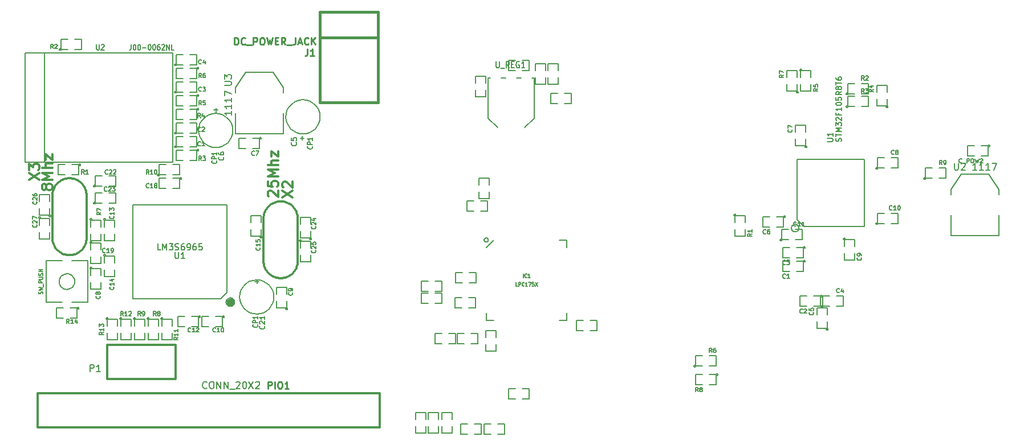
<source format=gto>
G04 (created by PCBNEW-RS274X (2011-03-30 BZR 2932)-stable) date 18/05/2011 11:49:28 p.m.*
G01*
G70*
G90*
%MOIN*%
G04 Gerber Fmt 3.4, Leading zero omitted, Abs format*
%FSLAX34Y34*%
G04 APERTURE LIST*
%ADD10C,0.006000*%
%ADD11C,0.007000*%
%ADD12C,0.005000*%
%ADD13C,0.008000*%
%ADD14C,0.012500*%
%ADD15C,0.015000*%
%ADD16C,0.012000*%
%ADD17C,0.007500*%
%ADD18C,0.010000*%
%ADD19C,0.005500*%
G04 APERTURE END LIST*
G54D10*
G54D11*
X58612Y-21488D02*
X58609Y-21512D01*
X58602Y-21535D01*
X58591Y-21556D01*
X58575Y-21575D01*
X58557Y-21590D01*
X58536Y-21602D01*
X58512Y-21609D01*
X58488Y-21611D01*
X58465Y-21609D01*
X58442Y-21602D01*
X58421Y-21591D01*
X58402Y-21576D01*
X58386Y-21558D01*
X58375Y-21536D01*
X58367Y-21513D01*
X58365Y-21489D01*
X58367Y-21466D01*
X58373Y-21443D01*
X58384Y-21421D01*
X58399Y-21402D01*
X58418Y-21387D01*
X58439Y-21375D01*
X58462Y-21367D01*
X58486Y-21365D01*
X58509Y-21366D01*
X58532Y-21373D01*
X58554Y-21384D01*
X58573Y-21399D01*
X58589Y-21417D01*
X58601Y-21438D01*
X58608Y-21461D01*
X58611Y-21485D01*
X58612Y-21488D01*
X58488Y-21921D02*
X58921Y-21488D01*
X58488Y-26212D02*
X58488Y-25779D01*
X58488Y-26212D02*
X58921Y-26212D01*
X63212Y-26212D02*
X63212Y-25779D01*
X63212Y-26212D02*
X62779Y-26212D01*
X63212Y-21488D02*
X63212Y-21921D01*
X63212Y-21488D02*
X62779Y-21488D01*
G54D12*
X57200Y-27550D02*
X56800Y-27550D01*
X56800Y-27550D02*
X56800Y-26950D01*
X56800Y-26950D02*
X57200Y-26950D01*
X57600Y-26950D02*
X58000Y-26950D01*
X58000Y-26950D02*
X58000Y-27550D01*
X58000Y-27550D02*
X57600Y-27550D01*
X56300Y-26950D02*
X56700Y-26950D01*
X56700Y-26950D02*
X56700Y-27550D01*
X56700Y-27550D02*
X56300Y-27550D01*
X55900Y-27550D02*
X55500Y-27550D01*
X55500Y-27550D02*
X55500Y-26950D01*
X55500Y-26950D02*
X55900Y-26950D01*
X58150Y-19200D02*
X58550Y-19200D01*
X58550Y-19200D02*
X58550Y-19800D01*
X58550Y-19800D02*
X58150Y-19800D01*
X57750Y-19800D02*
X57350Y-19800D01*
X57350Y-19800D02*
X57350Y-19200D01*
X57350Y-19200D02*
X57750Y-19200D01*
X58650Y-18650D02*
X58650Y-19050D01*
X58650Y-19050D02*
X58050Y-19050D01*
X58050Y-19050D02*
X58050Y-18650D01*
X58050Y-18250D02*
X58050Y-17850D01*
X58050Y-17850D02*
X58650Y-17850D01*
X58650Y-17850D02*
X58650Y-18250D01*
X57050Y-25450D02*
X56650Y-25450D01*
X56650Y-25450D02*
X56650Y-24850D01*
X56650Y-24850D02*
X57050Y-24850D01*
X57450Y-24850D02*
X57850Y-24850D01*
X57850Y-24850D02*
X57850Y-25450D01*
X57850Y-25450D02*
X57450Y-25450D01*
X57400Y-32850D02*
X57000Y-32850D01*
X57000Y-32850D02*
X57000Y-32250D01*
X57000Y-32250D02*
X57400Y-32250D01*
X57800Y-32250D02*
X58200Y-32250D01*
X58200Y-32250D02*
X58200Y-32850D01*
X58200Y-32850D02*
X57800Y-32850D01*
X59150Y-32250D02*
X59550Y-32250D01*
X59550Y-32250D02*
X59550Y-32850D01*
X59550Y-32850D02*
X59150Y-32850D01*
X58750Y-32850D02*
X58350Y-32850D01*
X58350Y-32850D02*
X58350Y-32250D01*
X58350Y-32250D02*
X58750Y-32250D01*
X55100Y-24500D02*
X54700Y-24500D01*
X54700Y-24500D02*
X54700Y-23900D01*
X54700Y-23900D02*
X55100Y-23900D01*
X55500Y-23900D02*
X55900Y-23900D01*
X55900Y-23900D02*
X55900Y-24500D01*
X55900Y-24500D02*
X55500Y-24500D01*
X56500Y-32400D02*
X56500Y-32800D01*
X56500Y-32800D02*
X55900Y-32800D01*
X55900Y-32800D02*
X55900Y-32400D01*
X55900Y-32000D02*
X55900Y-31600D01*
X55900Y-31600D02*
X56500Y-31600D01*
X56500Y-31600D02*
X56500Y-32000D01*
X54950Y-32400D02*
X54950Y-32800D01*
X54950Y-32800D02*
X54350Y-32800D01*
X54350Y-32800D02*
X54350Y-32400D01*
X54350Y-32000D02*
X54350Y-31600D01*
X54350Y-31600D02*
X54950Y-31600D01*
X54950Y-31600D02*
X54950Y-32000D01*
X62650Y-13500D02*
X62250Y-13500D01*
X62250Y-13500D02*
X62250Y-12900D01*
X62250Y-12900D02*
X62650Y-12900D01*
X63050Y-12900D02*
X63450Y-12900D01*
X63450Y-12900D02*
X63450Y-13500D01*
X63450Y-13500D02*
X63050Y-13500D01*
X61950Y-11950D02*
X61950Y-12350D01*
X61950Y-12350D02*
X61350Y-12350D01*
X61350Y-12350D02*
X61350Y-11950D01*
X61350Y-11550D02*
X61350Y-11150D01*
X61350Y-11150D02*
X61950Y-11150D01*
X61950Y-11150D02*
X61950Y-11550D01*
X60200Y-11550D02*
X59800Y-11550D01*
X59800Y-11550D02*
X59800Y-10950D01*
X59800Y-10950D02*
X60200Y-10950D01*
X60600Y-10950D02*
X61000Y-10950D01*
X61000Y-10950D02*
X61000Y-11550D01*
X61000Y-11550D02*
X60600Y-11550D01*
X58450Y-12700D02*
X58450Y-13100D01*
X58450Y-13100D02*
X57850Y-13100D01*
X57850Y-13100D02*
X57850Y-12700D01*
X57850Y-12300D02*
X57850Y-11900D01*
X57850Y-11900D02*
X58450Y-11900D01*
X58450Y-11900D02*
X58450Y-12300D01*
X55100Y-25200D02*
X54700Y-25200D01*
X54700Y-25200D02*
X54700Y-24600D01*
X54700Y-24600D02*
X55100Y-24600D01*
X55500Y-24600D02*
X55900Y-24600D01*
X55900Y-24600D02*
X55900Y-25200D01*
X55900Y-25200D02*
X55500Y-25200D01*
X64150Y-26800D02*
X63750Y-26800D01*
X63750Y-26800D02*
X63750Y-26200D01*
X63750Y-26200D02*
X64150Y-26200D01*
X64550Y-26200D02*
X64950Y-26200D01*
X64950Y-26200D02*
X64950Y-26800D01*
X64950Y-26800D02*
X64550Y-26800D01*
X62700Y-11950D02*
X62700Y-12350D01*
X62700Y-12350D02*
X62100Y-12350D01*
X62100Y-12350D02*
X62100Y-11950D01*
X62100Y-11550D02*
X62100Y-11150D01*
X62100Y-11150D02*
X62700Y-11150D01*
X62700Y-11150D02*
X62700Y-11550D01*
X57100Y-24000D02*
X56700Y-24000D01*
X56700Y-24000D02*
X56700Y-23400D01*
X56700Y-23400D02*
X57100Y-23400D01*
X57500Y-23400D02*
X57900Y-23400D01*
X57900Y-23400D02*
X57900Y-24000D01*
X57900Y-24000D02*
X57500Y-24000D01*
X60200Y-30800D02*
X59800Y-30800D01*
X59800Y-30800D02*
X59800Y-30200D01*
X59800Y-30200D02*
X60200Y-30200D01*
X60600Y-30200D02*
X61000Y-30200D01*
X61000Y-30200D02*
X61000Y-30800D01*
X61000Y-30800D02*
X60600Y-30800D01*
X59050Y-27600D02*
X59050Y-28000D01*
X59050Y-28000D02*
X58450Y-28000D01*
X58450Y-28000D02*
X58450Y-27600D01*
X58450Y-27200D02*
X58450Y-26800D01*
X58450Y-26800D02*
X59050Y-26800D01*
X59050Y-26800D02*
X59050Y-27200D01*
X55700Y-32400D02*
X55700Y-32800D01*
X55700Y-32800D02*
X55100Y-32800D01*
X55100Y-32800D02*
X55100Y-32400D01*
X55100Y-32000D02*
X55100Y-31600D01*
X55100Y-31600D02*
X55700Y-31600D01*
X55700Y-31600D02*
X55700Y-32000D01*
G54D13*
X61289Y-11993D02*
X61151Y-11993D01*
X61289Y-14356D02*
X61289Y-11993D01*
X60265Y-11993D02*
X60541Y-11993D01*
X59359Y-11993D02*
X59635Y-11993D01*
X58611Y-11993D02*
X58730Y-11993D01*
X58611Y-14356D02*
X58611Y-11993D01*
X61289Y-14356D02*
X60737Y-14907D01*
X58611Y-14356D02*
X59163Y-14907D01*
X76778Y-20792D02*
X76773Y-20834D01*
X76761Y-20875D01*
X76741Y-20913D01*
X76714Y-20947D01*
X76681Y-20974D01*
X76643Y-20994D01*
X76602Y-21007D01*
X76559Y-21011D01*
X76517Y-21008D01*
X76476Y-20995D01*
X76438Y-20976D01*
X76405Y-20949D01*
X76377Y-20916D01*
X76356Y-20878D01*
X76343Y-20837D01*
X76339Y-20795D01*
X76342Y-20753D01*
X76354Y-20712D01*
X76374Y-20673D01*
X76400Y-20640D01*
X76433Y-20612D01*
X76470Y-20591D01*
X76511Y-20578D01*
X76554Y-20573D01*
X76596Y-20576D01*
X76637Y-20587D01*
X76675Y-20607D01*
X76709Y-20633D01*
X76737Y-20666D01*
X76758Y-20703D01*
X76772Y-20744D01*
X76777Y-20786D01*
X76778Y-20792D01*
X77050Y-20694D02*
X76656Y-20300D01*
X76656Y-16756D02*
X80594Y-16756D01*
X80594Y-16756D02*
X80594Y-20694D01*
X80594Y-20694D02*
X77050Y-20694D01*
X76656Y-16756D02*
X76656Y-20300D01*
G54D12*
X79625Y-12925D02*
X79624Y-12934D01*
X79621Y-12944D01*
X79616Y-12952D01*
X79610Y-12960D01*
X79602Y-12966D01*
X79594Y-12971D01*
X79585Y-12973D01*
X79575Y-12974D01*
X79566Y-12974D01*
X79557Y-12971D01*
X79548Y-12966D01*
X79541Y-12960D01*
X79534Y-12953D01*
X79530Y-12944D01*
X79527Y-12935D01*
X79526Y-12925D01*
X79526Y-12916D01*
X79529Y-12907D01*
X79533Y-12898D01*
X79540Y-12891D01*
X79547Y-12884D01*
X79555Y-12880D01*
X79565Y-12877D01*
X79574Y-12876D01*
X79583Y-12876D01*
X79593Y-12879D01*
X79601Y-12883D01*
X79609Y-12889D01*
X79615Y-12897D01*
X79620Y-12905D01*
X79623Y-12914D01*
X79624Y-12924D01*
X79625Y-12925D01*
X80025Y-12925D02*
X79625Y-12925D01*
X79625Y-12925D02*
X79625Y-12325D01*
X79625Y-12325D02*
X80025Y-12325D01*
X80425Y-12325D02*
X80825Y-12325D01*
X80825Y-12325D02*
X80825Y-12925D01*
X80825Y-12925D02*
X80425Y-12925D01*
X73075Y-20025D02*
X73074Y-20034D01*
X73071Y-20044D01*
X73066Y-20052D01*
X73060Y-20060D01*
X73052Y-20066D01*
X73044Y-20071D01*
X73035Y-20073D01*
X73025Y-20074D01*
X73016Y-20074D01*
X73007Y-20071D01*
X72998Y-20066D01*
X72991Y-20060D01*
X72984Y-20053D01*
X72980Y-20044D01*
X72977Y-20035D01*
X72976Y-20025D01*
X72976Y-20016D01*
X72979Y-20007D01*
X72983Y-19998D01*
X72990Y-19991D01*
X72997Y-19984D01*
X73005Y-19980D01*
X73015Y-19977D01*
X73024Y-19976D01*
X73033Y-19976D01*
X73043Y-19979D01*
X73051Y-19983D01*
X73059Y-19989D01*
X73065Y-19997D01*
X73070Y-20005D01*
X73073Y-20014D01*
X73074Y-20024D01*
X73075Y-20025D01*
X73025Y-20475D02*
X73025Y-20075D01*
X73025Y-20075D02*
X73625Y-20075D01*
X73625Y-20075D02*
X73625Y-20475D01*
X73625Y-20875D02*
X73625Y-21275D01*
X73625Y-21275D02*
X73025Y-21275D01*
X73025Y-21275D02*
X73025Y-20875D01*
X81975Y-13675D02*
X81974Y-13684D01*
X81971Y-13694D01*
X81966Y-13702D01*
X81960Y-13710D01*
X81952Y-13716D01*
X81944Y-13721D01*
X81935Y-13723D01*
X81925Y-13724D01*
X81916Y-13724D01*
X81907Y-13721D01*
X81898Y-13716D01*
X81891Y-13710D01*
X81884Y-13703D01*
X81880Y-13694D01*
X81877Y-13685D01*
X81876Y-13675D01*
X81876Y-13666D01*
X81879Y-13657D01*
X81883Y-13648D01*
X81890Y-13641D01*
X81897Y-13634D01*
X81905Y-13630D01*
X81915Y-13627D01*
X81924Y-13626D01*
X81933Y-13626D01*
X81943Y-13629D01*
X81951Y-13633D01*
X81959Y-13639D01*
X81965Y-13647D01*
X81970Y-13655D01*
X81973Y-13664D01*
X81974Y-13674D01*
X81975Y-13675D01*
X81925Y-13225D02*
X81925Y-13625D01*
X81925Y-13625D02*
X81325Y-13625D01*
X81325Y-13625D02*
X81325Y-13225D01*
X81325Y-12825D02*
X81325Y-12425D01*
X81325Y-12425D02*
X81925Y-12425D01*
X81925Y-12425D02*
X81925Y-12825D01*
X76925Y-11525D02*
X76924Y-11534D01*
X76921Y-11544D01*
X76916Y-11552D01*
X76910Y-11560D01*
X76902Y-11566D01*
X76894Y-11571D01*
X76885Y-11573D01*
X76875Y-11574D01*
X76866Y-11574D01*
X76857Y-11571D01*
X76848Y-11566D01*
X76841Y-11560D01*
X76834Y-11553D01*
X76830Y-11544D01*
X76827Y-11535D01*
X76826Y-11525D01*
X76826Y-11516D01*
X76829Y-11507D01*
X76833Y-11498D01*
X76840Y-11491D01*
X76847Y-11484D01*
X76855Y-11480D01*
X76865Y-11477D01*
X76874Y-11476D01*
X76883Y-11476D01*
X76893Y-11479D01*
X76901Y-11483D01*
X76909Y-11489D01*
X76915Y-11497D01*
X76920Y-11505D01*
X76923Y-11514D01*
X76924Y-11524D01*
X76925Y-11525D01*
X76875Y-11975D02*
X76875Y-11575D01*
X76875Y-11575D02*
X77475Y-11575D01*
X77475Y-11575D02*
X77475Y-11975D01*
X77475Y-12375D02*
X77475Y-12775D01*
X77475Y-12775D02*
X76875Y-12775D01*
X76875Y-12775D02*
X76875Y-12375D01*
X70725Y-28875D02*
X70724Y-28884D01*
X70721Y-28894D01*
X70716Y-28902D01*
X70710Y-28910D01*
X70702Y-28916D01*
X70694Y-28921D01*
X70685Y-28923D01*
X70675Y-28924D01*
X70666Y-28924D01*
X70657Y-28921D01*
X70648Y-28916D01*
X70641Y-28910D01*
X70634Y-28903D01*
X70630Y-28894D01*
X70627Y-28885D01*
X70626Y-28875D01*
X70626Y-28866D01*
X70629Y-28857D01*
X70633Y-28848D01*
X70640Y-28841D01*
X70647Y-28834D01*
X70655Y-28830D01*
X70665Y-28827D01*
X70674Y-28826D01*
X70683Y-28826D01*
X70693Y-28829D01*
X70701Y-28833D01*
X70709Y-28839D01*
X70715Y-28847D01*
X70720Y-28855D01*
X70723Y-28864D01*
X70724Y-28874D01*
X70725Y-28875D01*
X71125Y-28875D02*
X70725Y-28875D01*
X70725Y-28875D02*
X70725Y-28275D01*
X70725Y-28275D02*
X71125Y-28275D01*
X71525Y-28275D02*
X71925Y-28275D01*
X71925Y-28275D02*
X71925Y-28875D01*
X71925Y-28875D02*
X71525Y-28875D01*
X76725Y-12825D02*
X76724Y-12834D01*
X76721Y-12844D01*
X76716Y-12852D01*
X76710Y-12860D01*
X76702Y-12866D01*
X76694Y-12871D01*
X76685Y-12873D01*
X76675Y-12874D01*
X76666Y-12874D01*
X76657Y-12871D01*
X76648Y-12866D01*
X76641Y-12860D01*
X76634Y-12853D01*
X76630Y-12844D01*
X76627Y-12835D01*
X76626Y-12825D01*
X76626Y-12816D01*
X76629Y-12807D01*
X76633Y-12798D01*
X76640Y-12791D01*
X76647Y-12784D01*
X76655Y-12780D01*
X76665Y-12777D01*
X76674Y-12776D01*
X76683Y-12776D01*
X76693Y-12779D01*
X76701Y-12783D01*
X76709Y-12789D01*
X76715Y-12797D01*
X76720Y-12805D01*
X76723Y-12814D01*
X76724Y-12824D01*
X76725Y-12825D01*
X76675Y-12375D02*
X76675Y-12775D01*
X76675Y-12775D02*
X76075Y-12775D01*
X76075Y-12775D02*
X76075Y-12375D01*
X76075Y-11975D02*
X76075Y-11575D01*
X76075Y-11575D02*
X76675Y-11575D01*
X76675Y-11575D02*
X76675Y-11975D01*
X72025Y-29375D02*
X72024Y-29384D01*
X72021Y-29394D01*
X72016Y-29402D01*
X72010Y-29410D01*
X72002Y-29416D01*
X71994Y-29421D01*
X71985Y-29423D01*
X71975Y-29424D01*
X71966Y-29424D01*
X71957Y-29421D01*
X71948Y-29416D01*
X71941Y-29410D01*
X71934Y-29403D01*
X71930Y-29394D01*
X71927Y-29385D01*
X71926Y-29375D01*
X71926Y-29366D01*
X71929Y-29357D01*
X71933Y-29348D01*
X71940Y-29341D01*
X71947Y-29334D01*
X71955Y-29330D01*
X71965Y-29327D01*
X71974Y-29326D01*
X71983Y-29326D01*
X71993Y-29329D01*
X72001Y-29333D01*
X72009Y-29339D01*
X72015Y-29347D01*
X72020Y-29355D01*
X72023Y-29364D01*
X72024Y-29374D01*
X72025Y-29375D01*
X71525Y-29375D02*
X71925Y-29375D01*
X71925Y-29375D02*
X71925Y-29975D01*
X71925Y-29975D02*
X71525Y-29975D01*
X71125Y-29975D02*
X70725Y-29975D01*
X70725Y-29975D02*
X70725Y-29375D01*
X70725Y-29375D02*
X71125Y-29375D01*
X84175Y-17875D02*
X84174Y-17884D01*
X84171Y-17894D01*
X84166Y-17902D01*
X84160Y-17910D01*
X84152Y-17916D01*
X84144Y-17921D01*
X84135Y-17923D01*
X84125Y-17924D01*
X84116Y-17924D01*
X84107Y-17921D01*
X84098Y-17916D01*
X84091Y-17910D01*
X84084Y-17903D01*
X84080Y-17894D01*
X84077Y-17885D01*
X84076Y-17875D01*
X84076Y-17866D01*
X84079Y-17857D01*
X84083Y-17848D01*
X84090Y-17841D01*
X84097Y-17834D01*
X84105Y-17830D01*
X84115Y-17827D01*
X84124Y-17826D01*
X84133Y-17826D01*
X84143Y-17829D01*
X84151Y-17833D01*
X84159Y-17839D01*
X84165Y-17847D01*
X84170Y-17855D01*
X84173Y-17864D01*
X84174Y-17874D01*
X84175Y-17875D01*
X84575Y-17875D02*
X84175Y-17875D01*
X84175Y-17875D02*
X84175Y-17275D01*
X84175Y-17275D02*
X84575Y-17275D01*
X84975Y-17275D02*
X85375Y-17275D01*
X85375Y-17275D02*
X85375Y-17875D01*
X85375Y-17875D02*
X84975Y-17875D01*
X78125Y-24775D02*
X78124Y-24784D01*
X78121Y-24794D01*
X78116Y-24802D01*
X78110Y-24810D01*
X78102Y-24816D01*
X78094Y-24821D01*
X78085Y-24823D01*
X78075Y-24824D01*
X78066Y-24824D01*
X78057Y-24821D01*
X78048Y-24816D01*
X78041Y-24810D01*
X78034Y-24803D01*
X78030Y-24794D01*
X78027Y-24785D01*
X78026Y-24775D01*
X78026Y-24766D01*
X78029Y-24757D01*
X78033Y-24748D01*
X78040Y-24741D01*
X78047Y-24734D01*
X78055Y-24730D01*
X78065Y-24727D01*
X78074Y-24726D01*
X78083Y-24726D01*
X78093Y-24729D01*
X78101Y-24733D01*
X78109Y-24739D01*
X78115Y-24747D01*
X78120Y-24755D01*
X78123Y-24764D01*
X78124Y-24774D01*
X78125Y-24775D01*
X77625Y-24775D02*
X78025Y-24775D01*
X78025Y-24775D02*
X78025Y-25375D01*
X78025Y-25375D02*
X77625Y-25375D01*
X77225Y-25375D02*
X76825Y-25375D01*
X76825Y-25375D02*
X76825Y-24775D01*
X76825Y-24775D02*
X77225Y-24775D01*
X77125Y-21925D02*
X77124Y-21934D01*
X77121Y-21944D01*
X77116Y-21952D01*
X77110Y-21960D01*
X77102Y-21966D01*
X77094Y-21971D01*
X77085Y-21973D01*
X77075Y-21974D01*
X77066Y-21974D01*
X77057Y-21971D01*
X77048Y-21966D01*
X77041Y-21960D01*
X77034Y-21953D01*
X77030Y-21944D01*
X77027Y-21935D01*
X77026Y-21925D01*
X77026Y-21916D01*
X77029Y-21907D01*
X77033Y-21898D01*
X77040Y-21891D01*
X77047Y-21884D01*
X77055Y-21880D01*
X77065Y-21877D01*
X77074Y-21876D01*
X77083Y-21876D01*
X77093Y-21879D01*
X77101Y-21883D01*
X77109Y-21889D01*
X77115Y-21897D01*
X77120Y-21905D01*
X77123Y-21914D01*
X77124Y-21924D01*
X77125Y-21925D01*
X76625Y-21925D02*
X77025Y-21925D01*
X77025Y-21925D02*
X77025Y-22525D01*
X77025Y-22525D02*
X76625Y-22525D01*
X76225Y-22525D02*
X75825Y-22525D01*
X75825Y-22525D02*
X75825Y-21925D01*
X75825Y-21925D02*
X76225Y-21925D01*
X78175Y-25375D02*
X78174Y-25384D01*
X78171Y-25394D01*
X78166Y-25402D01*
X78160Y-25410D01*
X78152Y-25416D01*
X78144Y-25421D01*
X78135Y-25423D01*
X78125Y-25424D01*
X78116Y-25424D01*
X78107Y-25421D01*
X78098Y-25416D01*
X78091Y-25410D01*
X78084Y-25403D01*
X78080Y-25394D01*
X78077Y-25385D01*
X78076Y-25375D01*
X78076Y-25366D01*
X78079Y-25357D01*
X78083Y-25348D01*
X78090Y-25341D01*
X78097Y-25334D01*
X78105Y-25330D01*
X78115Y-25327D01*
X78124Y-25326D01*
X78133Y-25326D01*
X78143Y-25329D01*
X78151Y-25333D01*
X78159Y-25339D01*
X78165Y-25347D01*
X78170Y-25355D01*
X78173Y-25364D01*
X78174Y-25374D01*
X78175Y-25375D01*
X78575Y-25375D02*
X78175Y-25375D01*
X78175Y-25375D02*
X78175Y-24775D01*
X78175Y-24775D02*
X78575Y-24775D01*
X78975Y-24775D02*
X79375Y-24775D01*
X79375Y-24775D02*
X79375Y-25375D01*
X79375Y-25375D02*
X78975Y-25375D01*
X78475Y-26725D02*
X78474Y-26734D01*
X78471Y-26744D01*
X78466Y-26752D01*
X78460Y-26760D01*
X78452Y-26766D01*
X78444Y-26771D01*
X78435Y-26773D01*
X78425Y-26774D01*
X78416Y-26774D01*
X78407Y-26771D01*
X78398Y-26766D01*
X78391Y-26760D01*
X78384Y-26753D01*
X78380Y-26744D01*
X78377Y-26735D01*
X78376Y-26725D01*
X78376Y-26716D01*
X78379Y-26707D01*
X78383Y-26698D01*
X78390Y-26691D01*
X78397Y-26684D01*
X78405Y-26680D01*
X78415Y-26677D01*
X78424Y-26676D01*
X78433Y-26676D01*
X78443Y-26679D01*
X78451Y-26683D01*
X78459Y-26689D01*
X78465Y-26697D01*
X78470Y-26705D01*
X78473Y-26714D01*
X78474Y-26724D01*
X78475Y-26725D01*
X78425Y-26275D02*
X78425Y-26675D01*
X78425Y-26675D02*
X77825Y-26675D01*
X77825Y-26675D02*
X77825Y-26275D01*
X77825Y-25875D02*
X77825Y-25475D01*
X77825Y-25475D02*
X78425Y-25475D01*
X78425Y-25475D02*
X78425Y-25875D01*
X87925Y-15975D02*
X87924Y-15984D01*
X87921Y-15994D01*
X87916Y-16002D01*
X87910Y-16010D01*
X87902Y-16016D01*
X87894Y-16021D01*
X87885Y-16023D01*
X87875Y-16024D01*
X87866Y-16024D01*
X87857Y-16021D01*
X87848Y-16016D01*
X87841Y-16010D01*
X87834Y-16003D01*
X87830Y-15994D01*
X87827Y-15985D01*
X87826Y-15975D01*
X87826Y-15966D01*
X87829Y-15957D01*
X87833Y-15948D01*
X87840Y-15941D01*
X87847Y-15934D01*
X87855Y-15930D01*
X87865Y-15927D01*
X87874Y-15926D01*
X87883Y-15926D01*
X87893Y-15929D01*
X87901Y-15933D01*
X87909Y-15939D01*
X87915Y-15947D01*
X87920Y-15955D01*
X87923Y-15964D01*
X87924Y-15974D01*
X87925Y-15975D01*
X87425Y-15975D02*
X87825Y-15975D01*
X87825Y-15975D02*
X87825Y-16575D01*
X87825Y-16575D02*
X87425Y-16575D01*
X87025Y-16575D02*
X86625Y-16575D01*
X86625Y-16575D02*
X86625Y-15975D01*
X86625Y-15975D02*
X87025Y-15975D01*
X79625Y-13675D02*
X79624Y-13684D01*
X79621Y-13694D01*
X79616Y-13702D01*
X79610Y-13710D01*
X79602Y-13716D01*
X79594Y-13721D01*
X79585Y-13723D01*
X79575Y-13724D01*
X79566Y-13724D01*
X79557Y-13721D01*
X79548Y-13716D01*
X79541Y-13710D01*
X79534Y-13703D01*
X79530Y-13694D01*
X79527Y-13685D01*
X79526Y-13675D01*
X79526Y-13666D01*
X79529Y-13657D01*
X79533Y-13648D01*
X79540Y-13641D01*
X79547Y-13634D01*
X79555Y-13630D01*
X79565Y-13627D01*
X79574Y-13626D01*
X79583Y-13626D01*
X79593Y-13629D01*
X79601Y-13633D01*
X79609Y-13639D01*
X79615Y-13647D01*
X79620Y-13655D01*
X79623Y-13664D01*
X79624Y-13674D01*
X79625Y-13675D01*
X80025Y-13675D02*
X79625Y-13675D01*
X79625Y-13675D02*
X79625Y-13075D01*
X79625Y-13075D02*
X80025Y-13075D01*
X80425Y-13075D02*
X80825Y-13075D01*
X80825Y-13075D02*
X80825Y-13675D01*
X80825Y-13675D02*
X80425Y-13675D01*
X75775Y-21475D02*
X75774Y-21484D01*
X75771Y-21494D01*
X75766Y-21502D01*
X75760Y-21510D01*
X75752Y-21516D01*
X75744Y-21521D01*
X75735Y-21523D01*
X75725Y-21524D01*
X75716Y-21524D01*
X75707Y-21521D01*
X75698Y-21516D01*
X75691Y-21510D01*
X75684Y-21503D01*
X75680Y-21494D01*
X75677Y-21485D01*
X75676Y-21475D01*
X75676Y-21466D01*
X75679Y-21457D01*
X75683Y-21448D01*
X75690Y-21441D01*
X75697Y-21434D01*
X75705Y-21430D01*
X75715Y-21427D01*
X75724Y-21426D01*
X75733Y-21426D01*
X75743Y-21429D01*
X75751Y-21433D01*
X75759Y-21439D01*
X75765Y-21447D01*
X75770Y-21455D01*
X75773Y-21464D01*
X75774Y-21474D01*
X75775Y-21475D01*
X76175Y-21475D02*
X75775Y-21475D01*
X75775Y-21475D02*
X75775Y-20875D01*
X75775Y-20875D02*
X76175Y-20875D01*
X76575Y-20875D02*
X76975Y-20875D01*
X76975Y-20875D02*
X76975Y-21475D01*
X76975Y-21475D02*
X76575Y-21475D01*
X81375Y-20525D02*
X81374Y-20534D01*
X81371Y-20544D01*
X81366Y-20552D01*
X81360Y-20560D01*
X81352Y-20566D01*
X81344Y-20571D01*
X81335Y-20573D01*
X81325Y-20574D01*
X81316Y-20574D01*
X81307Y-20571D01*
X81298Y-20566D01*
X81291Y-20560D01*
X81284Y-20553D01*
X81280Y-20544D01*
X81277Y-20535D01*
X81276Y-20525D01*
X81276Y-20516D01*
X81279Y-20507D01*
X81283Y-20498D01*
X81290Y-20491D01*
X81297Y-20484D01*
X81305Y-20480D01*
X81315Y-20477D01*
X81324Y-20476D01*
X81333Y-20476D01*
X81343Y-20479D01*
X81351Y-20483D01*
X81359Y-20489D01*
X81365Y-20497D01*
X81370Y-20505D01*
X81373Y-20514D01*
X81374Y-20524D01*
X81375Y-20525D01*
X81775Y-20525D02*
X81375Y-20525D01*
X81375Y-20525D02*
X81375Y-19925D01*
X81375Y-19925D02*
X81775Y-19925D01*
X82175Y-19925D02*
X82575Y-19925D01*
X82575Y-19925D02*
X82575Y-20525D01*
X82575Y-20525D02*
X82175Y-20525D01*
X79475Y-21425D02*
X79474Y-21434D01*
X79471Y-21444D01*
X79466Y-21452D01*
X79460Y-21460D01*
X79452Y-21466D01*
X79444Y-21471D01*
X79435Y-21473D01*
X79425Y-21474D01*
X79416Y-21474D01*
X79407Y-21471D01*
X79398Y-21466D01*
X79391Y-21460D01*
X79384Y-21453D01*
X79380Y-21444D01*
X79377Y-21435D01*
X79376Y-21425D01*
X79376Y-21416D01*
X79379Y-21407D01*
X79383Y-21398D01*
X79390Y-21391D01*
X79397Y-21384D01*
X79405Y-21380D01*
X79415Y-21377D01*
X79424Y-21376D01*
X79433Y-21376D01*
X79443Y-21379D01*
X79451Y-21383D01*
X79459Y-21389D01*
X79465Y-21397D01*
X79470Y-21405D01*
X79473Y-21414D01*
X79474Y-21424D01*
X79475Y-21425D01*
X79425Y-21875D02*
X79425Y-21475D01*
X79425Y-21475D02*
X80025Y-21475D01*
X80025Y-21475D02*
X80025Y-21875D01*
X80025Y-22275D02*
X80025Y-22675D01*
X80025Y-22675D02*
X79425Y-22675D01*
X79425Y-22675D02*
X79425Y-22275D01*
X81375Y-17275D02*
X81374Y-17284D01*
X81371Y-17294D01*
X81366Y-17302D01*
X81360Y-17310D01*
X81352Y-17316D01*
X81344Y-17321D01*
X81335Y-17323D01*
X81325Y-17324D01*
X81316Y-17324D01*
X81307Y-17321D01*
X81298Y-17316D01*
X81291Y-17310D01*
X81284Y-17303D01*
X81280Y-17294D01*
X81277Y-17285D01*
X81276Y-17275D01*
X81276Y-17266D01*
X81279Y-17257D01*
X81283Y-17248D01*
X81290Y-17241D01*
X81297Y-17234D01*
X81305Y-17230D01*
X81315Y-17227D01*
X81324Y-17226D01*
X81333Y-17226D01*
X81343Y-17229D01*
X81351Y-17233D01*
X81359Y-17239D01*
X81365Y-17247D01*
X81370Y-17255D01*
X81373Y-17264D01*
X81374Y-17274D01*
X81375Y-17275D01*
X81775Y-17275D02*
X81375Y-17275D01*
X81375Y-17275D02*
X81375Y-16675D01*
X81375Y-16675D02*
X81775Y-16675D01*
X82175Y-16675D02*
X82575Y-16675D01*
X82575Y-16675D02*
X82575Y-17275D01*
X82575Y-17275D02*
X82175Y-17275D01*
X77225Y-16025D02*
X77224Y-16034D01*
X77221Y-16044D01*
X77216Y-16052D01*
X77210Y-16060D01*
X77202Y-16066D01*
X77194Y-16071D01*
X77185Y-16073D01*
X77175Y-16074D01*
X77166Y-16074D01*
X77157Y-16071D01*
X77148Y-16066D01*
X77141Y-16060D01*
X77134Y-16053D01*
X77130Y-16044D01*
X77127Y-16035D01*
X77126Y-16025D01*
X77126Y-16016D01*
X77129Y-16007D01*
X77133Y-15998D01*
X77140Y-15991D01*
X77147Y-15984D01*
X77155Y-15980D01*
X77165Y-15977D01*
X77174Y-15976D01*
X77183Y-15976D01*
X77193Y-15979D01*
X77201Y-15983D01*
X77209Y-15989D01*
X77215Y-15997D01*
X77220Y-16005D01*
X77223Y-16014D01*
X77224Y-16024D01*
X77225Y-16025D01*
X77175Y-15575D02*
X77175Y-15975D01*
X77175Y-15975D02*
X76575Y-15975D01*
X76575Y-15975D02*
X76575Y-15575D01*
X76575Y-15175D02*
X76575Y-14775D01*
X76575Y-14775D02*
X77175Y-14775D01*
X77175Y-14775D02*
X77175Y-15175D01*
X75975Y-20125D02*
X75974Y-20134D01*
X75971Y-20144D01*
X75966Y-20152D01*
X75960Y-20160D01*
X75952Y-20166D01*
X75944Y-20171D01*
X75935Y-20173D01*
X75925Y-20174D01*
X75916Y-20174D01*
X75907Y-20171D01*
X75898Y-20166D01*
X75891Y-20160D01*
X75884Y-20153D01*
X75880Y-20144D01*
X75877Y-20135D01*
X75876Y-20125D01*
X75876Y-20116D01*
X75879Y-20107D01*
X75883Y-20098D01*
X75890Y-20091D01*
X75897Y-20084D01*
X75905Y-20080D01*
X75915Y-20077D01*
X75924Y-20076D01*
X75933Y-20076D01*
X75943Y-20079D01*
X75951Y-20083D01*
X75959Y-20089D01*
X75965Y-20097D01*
X75970Y-20105D01*
X75973Y-20114D01*
X75974Y-20124D01*
X75975Y-20125D01*
X75475Y-20125D02*
X75875Y-20125D01*
X75875Y-20125D02*
X75875Y-20725D01*
X75875Y-20725D02*
X75475Y-20725D01*
X75075Y-20725D02*
X74675Y-20725D01*
X74675Y-20725D02*
X74675Y-20125D01*
X74675Y-20125D02*
X75075Y-20125D01*
X77125Y-22725D02*
X77124Y-22734D01*
X77121Y-22744D01*
X77116Y-22752D01*
X77110Y-22760D01*
X77102Y-22766D01*
X77094Y-22771D01*
X77085Y-22773D01*
X77075Y-22774D01*
X77066Y-22774D01*
X77057Y-22771D01*
X77048Y-22766D01*
X77041Y-22760D01*
X77034Y-22753D01*
X77030Y-22744D01*
X77027Y-22735D01*
X77026Y-22725D01*
X77026Y-22716D01*
X77029Y-22707D01*
X77033Y-22698D01*
X77040Y-22691D01*
X77047Y-22684D01*
X77055Y-22680D01*
X77065Y-22677D01*
X77074Y-22676D01*
X77083Y-22676D01*
X77093Y-22679D01*
X77101Y-22683D01*
X77109Y-22689D01*
X77115Y-22697D01*
X77120Y-22705D01*
X77123Y-22714D01*
X77124Y-22724D01*
X77125Y-22725D01*
X76625Y-22725D02*
X77025Y-22725D01*
X77025Y-22725D02*
X77025Y-23325D01*
X77025Y-23325D02*
X76625Y-23325D01*
X76225Y-23325D02*
X75825Y-23325D01*
X75825Y-23325D02*
X75825Y-22725D01*
X75825Y-22725D02*
X76225Y-22725D01*
G54D13*
X85675Y-20025D02*
X85675Y-21225D01*
X85675Y-21225D02*
X88475Y-21225D01*
X88475Y-21225D02*
X88475Y-20025D01*
X85675Y-18825D02*
X85675Y-18525D01*
X85675Y-18525D02*
X86275Y-17625D01*
X86275Y-17625D02*
X87875Y-17625D01*
X87875Y-17625D02*
X88475Y-18525D01*
X88475Y-18525D02*
X88475Y-18825D01*
G54D12*
X48776Y-14275D02*
X48756Y-14469D01*
X48700Y-14656D01*
X48608Y-14828D01*
X48485Y-14980D01*
X48334Y-15104D01*
X48162Y-15197D01*
X47976Y-15255D01*
X47781Y-15275D01*
X47588Y-15258D01*
X47401Y-15203D01*
X47227Y-15112D01*
X47075Y-14990D01*
X46950Y-14840D01*
X46855Y-14669D01*
X46796Y-14483D01*
X46775Y-14288D01*
X46791Y-14095D01*
X46845Y-13907D01*
X46934Y-13733D01*
X47055Y-13580D01*
X47204Y-13454D01*
X47375Y-13358D01*
X47561Y-13298D01*
X47755Y-13275D01*
X47948Y-13290D01*
X48136Y-13342D01*
X48311Y-13430D01*
X48465Y-13551D01*
X48592Y-13698D01*
X48689Y-13868D01*
X48751Y-14054D01*
X48775Y-14248D01*
X48776Y-14275D01*
X43676Y-15075D02*
X43656Y-15269D01*
X43600Y-15456D01*
X43508Y-15628D01*
X43385Y-15780D01*
X43234Y-15904D01*
X43062Y-15997D01*
X42876Y-16055D01*
X42681Y-16075D01*
X42488Y-16058D01*
X42301Y-16003D01*
X42127Y-15912D01*
X41975Y-15790D01*
X41850Y-15640D01*
X41755Y-15469D01*
X41696Y-15283D01*
X41675Y-15088D01*
X41691Y-14895D01*
X41745Y-14707D01*
X41834Y-14533D01*
X41955Y-14380D01*
X42104Y-14254D01*
X42275Y-14158D01*
X42461Y-14098D01*
X42655Y-14075D01*
X42848Y-14090D01*
X43036Y-14142D01*
X43211Y-14230D01*
X43365Y-14351D01*
X43492Y-14498D01*
X43589Y-14668D01*
X43651Y-14854D01*
X43675Y-15048D01*
X43676Y-15075D01*
X46076Y-24825D02*
X46056Y-25019D01*
X46000Y-25206D01*
X45908Y-25378D01*
X45785Y-25530D01*
X45634Y-25654D01*
X45462Y-25747D01*
X45276Y-25805D01*
X45081Y-25825D01*
X44888Y-25808D01*
X44701Y-25753D01*
X44527Y-25662D01*
X44375Y-25540D01*
X44250Y-25390D01*
X44155Y-25219D01*
X44096Y-25033D01*
X44075Y-24838D01*
X44091Y-24645D01*
X44145Y-24457D01*
X44234Y-24283D01*
X44355Y-24130D01*
X44504Y-24004D01*
X44675Y-23908D01*
X44861Y-23848D01*
X45055Y-23825D01*
X45248Y-23840D01*
X45436Y-23892D01*
X45611Y-23980D01*
X45765Y-24101D01*
X45892Y-24248D01*
X45989Y-24418D01*
X46051Y-24604D01*
X46075Y-24798D01*
X46076Y-24825D01*
G54D14*
X33125Y-18875D02*
X33125Y-21375D01*
X35125Y-18875D02*
X35125Y-21375D01*
X34125Y-22375D02*
X34212Y-22371D01*
X34298Y-22359D01*
X34383Y-22340D01*
X34467Y-22314D01*
X34547Y-22281D01*
X34625Y-22241D01*
X34698Y-22194D01*
X34767Y-22141D01*
X34832Y-22082D01*
X34891Y-22017D01*
X34944Y-21948D01*
X34991Y-21874D01*
X35031Y-21797D01*
X35064Y-21717D01*
X35090Y-21633D01*
X35109Y-21548D01*
X35121Y-21462D01*
X35125Y-21375D01*
X33125Y-21375D02*
X33129Y-21462D01*
X33141Y-21548D01*
X33160Y-21633D01*
X33186Y-21717D01*
X33219Y-21797D01*
X33259Y-21874D01*
X33306Y-21948D01*
X33359Y-22017D01*
X33418Y-22082D01*
X33483Y-22141D01*
X33552Y-22194D01*
X33626Y-22241D01*
X33703Y-22281D01*
X33783Y-22314D01*
X33867Y-22340D01*
X33952Y-22359D01*
X34038Y-22371D01*
X34125Y-22375D01*
X35125Y-18875D02*
X35121Y-18788D01*
X35109Y-18702D01*
X35090Y-18617D01*
X35064Y-18533D01*
X35031Y-18453D01*
X34991Y-18376D01*
X34944Y-18302D01*
X34891Y-18233D01*
X34832Y-18168D01*
X34767Y-18109D01*
X34698Y-18056D01*
X34625Y-18009D01*
X34547Y-17969D01*
X34467Y-17936D01*
X34383Y-17910D01*
X34298Y-17891D01*
X34212Y-17879D01*
X34125Y-17875D01*
X34125Y-17875D02*
X34038Y-17879D01*
X33952Y-17891D01*
X33867Y-17910D01*
X33783Y-17936D01*
X33703Y-17969D01*
X33626Y-18009D01*
X33552Y-18056D01*
X33483Y-18109D01*
X33418Y-18168D01*
X33359Y-18233D01*
X33306Y-18302D01*
X33259Y-18376D01*
X33219Y-18453D01*
X33186Y-18533D01*
X33160Y-18617D01*
X33141Y-18702D01*
X33129Y-18788D01*
X33125Y-18875D01*
X45475Y-20225D02*
X45475Y-22725D01*
X47475Y-20225D02*
X47475Y-22725D01*
X46475Y-23725D02*
X46562Y-23721D01*
X46648Y-23709D01*
X46733Y-23690D01*
X46817Y-23664D01*
X46897Y-23631D01*
X46975Y-23591D01*
X47048Y-23544D01*
X47117Y-23491D01*
X47182Y-23432D01*
X47241Y-23367D01*
X47294Y-23298D01*
X47341Y-23224D01*
X47381Y-23147D01*
X47414Y-23067D01*
X47440Y-22983D01*
X47459Y-22898D01*
X47471Y-22812D01*
X47475Y-22725D01*
X45475Y-22725D02*
X45479Y-22812D01*
X45491Y-22898D01*
X45510Y-22983D01*
X45536Y-23067D01*
X45569Y-23147D01*
X45609Y-23224D01*
X45656Y-23298D01*
X45709Y-23367D01*
X45768Y-23432D01*
X45833Y-23491D01*
X45902Y-23544D01*
X45976Y-23591D01*
X46053Y-23631D01*
X46133Y-23664D01*
X46217Y-23690D01*
X46302Y-23709D01*
X46388Y-23721D01*
X46475Y-23725D01*
X47475Y-20225D02*
X47471Y-20138D01*
X47459Y-20052D01*
X47440Y-19967D01*
X47414Y-19883D01*
X47381Y-19803D01*
X47341Y-19726D01*
X47294Y-19652D01*
X47241Y-19583D01*
X47182Y-19518D01*
X47117Y-19459D01*
X47048Y-19406D01*
X46975Y-19359D01*
X46897Y-19319D01*
X46817Y-19286D01*
X46733Y-19260D01*
X46648Y-19241D01*
X46562Y-19229D01*
X46475Y-19225D01*
X46475Y-19225D02*
X46388Y-19229D01*
X46302Y-19241D01*
X46217Y-19260D01*
X46133Y-19286D01*
X46053Y-19319D01*
X45976Y-19359D01*
X45902Y-19406D01*
X45833Y-19459D01*
X45768Y-19518D01*
X45709Y-19583D01*
X45656Y-19652D01*
X45609Y-19726D01*
X45569Y-19803D01*
X45536Y-19883D01*
X45510Y-19967D01*
X45491Y-20052D01*
X45479Y-20138D01*
X45475Y-20225D01*
G54D15*
X52175Y-08425D02*
X52175Y-08125D01*
X52175Y-08125D02*
X48775Y-08125D01*
X48775Y-08125D02*
X48775Y-08425D01*
X52175Y-09625D02*
X48775Y-09625D01*
X52175Y-13425D02*
X48775Y-13425D01*
X48775Y-08425D02*
X48775Y-13425D01*
X52175Y-08425D02*
X52175Y-13425D01*
G54D13*
X43780Y-25128D02*
X43775Y-25176D01*
X43760Y-25224D01*
X43737Y-25267D01*
X43706Y-25305D01*
X43668Y-25336D01*
X43625Y-25360D01*
X43578Y-25374D01*
X43529Y-25379D01*
X43481Y-25375D01*
X43434Y-25361D01*
X43391Y-25338D01*
X43352Y-25308D01*
X43321Y-25270D01*
X43297Y-25227D01*
X43282Y-25180D01*
X43277Y-25131D01*
X43281Y-25083D01*
X43294Y-25036D01*
X43317Y-24992D01*
X43347Y-24953D01*
X43385Y-24922D01*
X43428Y-24898D01*
X43474Y-24882D01*
X43523Y-24877D01*
X43571Y-24880D01*
X43619Y-24894D01*
X43663Y-24916D01*
X43701Y-24946D01*
X43733Y-24983D01*
X43758Y-25026D01*
X43773Y-25073D01*
X43779Y-25121D01*
X43780Y-25128D01*
X43568Y-25128D02*
X43567Y-25135D01*
X43564Y-25143D01*
X43561Y-25150D01*
X43556Y-25156D01*
X43550Y-25161D01*
X43543Y-25164D01*
X43536Y-25167D01*
X43528Y-25167D01*
X43521Y-25167D01*
X43514Y-25165D01*
X43507Y-25161D01*
X43501Y-25156D01*
X43495Y-25150D01*
X43492Y-25143D01*
X43489Y-25136D01*
X43489Y-25128D01*
X43489Y-25121D01*
X43491Y-25114D01*
X43495Y-25107D01*
X43500Y-25101D01*
X43506Y-25096D01*
X43512Y-25092D01*
X43520Y-25089D01*
X43528Y-25089D01*
X43534Y-25089D01*
X43542Y-25091D01*
X43549Y-25095D01*
X43555Y-25100D01*
X43560Y-25105D01*
X43564Y-25112D01*
X43567Y-25120D01*
X43567Y-25127D01*
X43568Y-25128D01*
X43583Y-25128D02*
X43581Y-25138D01*
X43578Y-25148D01*
X43573Y-25158D01*
X43567Y-25166D01*
X43558Y-25173D01*
X43549Y-25178D01*
X43539Y-25181D01*
X43528Y-25182D01*
X43518Y-25182D01*
X43508Y-25178D01*
X43498Y-25174D01*
X43490Y-25167D01*
X43483Y-25159D01*
X43478Y-25149D01*
X43475Y-25139D01*
X43474Y-25128D01*
X43474Y-25119D01*
X43477Y-25108D01*
X43482Y-25099D01*
X43489Y-25090D01*
X43497Y-25083D01*
X43506Y-25078D01*
X43517Y-25075D01*
X43527Y-25074D01*
X43537Y-25074D01*
X43547Y-25077D01*
X43557Y-25082D01*
X43565Y-25089D01*
X43572Y-25097D01*
X43578Y-25106D01*
X43581Y-25116D01*
X43582Y-25127D01*
X43583Y-25128D01*
X43639Y-25128D02*
X43636Y-25149D01*
X43630Y-25170D01*
X43620Y-25189D01*
X43606Y-25206D01*
X43590Y-25220D01*
X43571Y-25230D01*
X43550Y-25236D01*
X43528Y-25238D01*
X43508Y-25237D01*
X43487Y-25230D01*
X43468Y-25220D01*
X43451Y-25207D01*
X43437Y-25190D01*
X43426Y-25171D01*
X43420Y-25151D01*
X43418Y-25129D01*
X43419Y-25108D01*
X43425Y-25088D01*
X43435Y-25068D01*
X43449Y-25051D01*
X43465Y-25037D01*
X43484Y-25027D01*
X43505Y-25020D01*
X43526Y-25018D01*
X43547Y-25019D01*
X43568Y-25025D01*
X43587Y-25035D01*
X43604Y-25048D01*
X43618Y-25065D01*
X43629Y-25083D01*
X43636Y-25104D01*
X43638Y-25125D01*
X43639Y-25128D01*
X43704Y-25128D02*
X43700Y-25161D01*
X43690Y-25194D01*
X43674Y-25224D01*
X43653Y-25251D01*
X43626Y-25273D01*
X43596Y-25289D01*
X43564Y-25299D01*
X43530Y-25302D01*
X43497Y-25299D01*
X43464Y-25290D01*
X43434Y-25274D01*
X43407Y-25253D01*
X43385Y-25226D01*
X43369Y-25196D01*
X43358Y-25164D01*
X43355Y-25130D01*
X43357Y-25097D01*
X43367Y-25064D01*
X43382Y-25034D01*
X43404Y-25007D01*
X43430Y-24985D01*
X43459Y-24968D01*
X43492Y-24958D01*
X43526Y-24954D01*
X43559Y-24956D01*
X43592Y-24965D01*
X43622Y-24981D01*
X43649Y-25002D01*
X43672Y-25028D01*
X43688Y-25057D01*
X43699Y-25090D01*
X43703Y-25124D01*
X43704Y-25128D01*
X43331Y-24577D02*
X43331Y-19419D01*
X37819Y-24931D02*
X42977Y-24931D01*
X43331Y-24577D02*
X42977Y-24931D01*
X37819Y-24931D02*
X37819Y-19419D01*
X37819Y-19419D02*
X43331Y-19419D01*
G54D16*
X32275Y-30475D02*
X52275Y-30475D01*
X32275Y-32475D02*
X52275Y-32475D01*
X32275Y-32475D02*
X32275Y-30475D01*
X52275Y-32475D02*
X52275Y-30475D01*
X40325Y-29625D02*
X36325Y-29625D01*
X36325Y-29625D02*
X36325Y-27625D01*
X36325Y-27625D02*
X40325Y-27625D01*
X40325Y-27625D02*
X40325Y-29625D01*
G54D11*
X32675Y-16925D02*
X32675Y-10525D01*
X40175Y-10525D02*
X31525Y-10525D01*
X40175Y-16925D02*
X31525Y-16925D01*
X40175Y-16925D02*
X40175Y-10525D01*
X31525Y-10525D02*
X31525Y-16925D01*
G54D12*
X40375Y-12825D02*
X40374Y-12834D01*
X40371Y-12844D01*
X40366Y-12852D01*
X40360Y-12860D01*
X40352Y-12866D01*
X40344Y-12871D01*
X40335Y-12873D01*
X40325Y-12874D01*
X40316Y-12874D01*
X40307Y-12871D01*
X40298Y-12866D01*
X40291Y-12860D01*
X40284Y-12853D01*
X40280Y-12844D01*
X40277Y-12835D01*
X40276Y-12825D01*
X40276Y-12816D01*
X40279Y-12807D01*
X40283Y-12798D01*
X40290Y-12791D01*
X40297Y-12784D01*
X40305Y-12780D01*
X40315Y-12777D01*
X40324Y-12776D01*
X40333Y-12776D01*
X40343Y-12779D01*
X40351Y-12783D01*
X40359Y-12789D01*
X40365Y-12797D01*
X40370Y-12805D01*
X40373Y-12814D01*
X40374Y-12824D01*
X40375Y-12825D01*
X40775Y-12825D02*
X40375Y-12825D01*
X40375Y-12825D02*
X40375Y-12225D01*
X40375Y-12225D02*
X40775Y-12225D01*
X41175Y-12225D02*
X41575Y-12225D01*
X41575Y-12225D02*
X41575Y-12825D01*
X41575Y-12825D02*
X41175Y-12825D01*
X40375Y-11225D02*
X40374Y-11234D01*
X40371Y-11244D01*
X40366Y-11252D01*
X40360Y-11260D01*
X40352Y-11266D01*
X40344Y-11271D01*
X40335Y-11273D01*
X40325Y-11274D01*
X40316Y-11274D01*
X40307Y-11271D01*
X40298Y-11266D01*
X40291Y-11260D01*
X40284Y-11253D01*
X40280Y-11244D01*
X40277Y-11235D01*
X40276Y-11225D01*
X40276Y-11216D01*
X40279Y-11207D01*
X40283Y-11198D01*
X40290Y-11191D01*
X40297Y-11184D01*
X40305Y-11180D01*
X40315Y-11177D01*
X40324Y-11176D01*
X40333Y-11176D01*
X40343Y-11179D01*
X40351Y-11183D01*
X40359Y-11189D01*
X40365Y-11197D01*
X40370Y-11205D01*
X40373Y-11214D01*
X40374Y-11224D01*
X40375Y-11225D01*
X40775Y-11225D02*
X40375Y-11225D01*
X40375Y-11225D02*
X40375Y-10625D01*
X40375Y-10625D02*
X40775Y-10625D01*
X41175Y-10625D02*
X41575Y-10625D01*
X41575Y-10625D02*
X41575Y-11225D01*
X41575Y-11225D02*
X41175Y-11225D01*
X45375Y-21325D02*
X45374Y-21334D01*
X45371Y-21344D01*
X45366Y-21352D01*
X45360Y-21360D01*
X45352Y-21366D01*
X45344Y-21371D01*
X45335Y-21373D01*
X45325Y-21374D01*
X45316Y-21374D01*
X45307Y-21371D01*
X45298Y-21366D01*
X45291Y-21360D01*
X45284Y-21353D01*
X45280Y-21344D01*
X45277Y-21335D01*
X45276Y-21325D01*
X45276Y-21316D01*
X45279Y-21307D01*
X45283Y-21298D01*
X45290Y-21291D01*
X45297Y-21284D01*
X45305Y-21280D01*
X45315Y-21277D01*
X45324Y-21276D01*
X45333Y-21276D01*
X45343Y-21279D01*
X45351Y-21283D01*
X45359Y-21289D01*
X45365Y-21297D01*
X45370Y-21305D01*
X45373Y-21314D01*
X45374Y-21324D01*
X45375Y-21325D01*
X45325Y-20875D02*
X45325Y-21275D01*
X45325Y-21275D02*
X44725Y-21275D01*
X44725Y-21275D02*
X44725Y-20875D01*
X44725Y-20475D02*
X44725Y-20075D01*
X44725Y-20075D02*
X45325Y-20075D01*
X45325Y-20075D02*
X45325Y-20475D01*
X36225Y-22375D02*
X36224Y-22384D01*
X36221Y-22394D01*
X36216Y-22402D01*
X36210Y-22410D01*
X36202Y-22416D01*
X36194Y-22421D01*
X36185Y-22423D01*
X36175Y-22424D01*
X36166Y-22424D01*
X36157Y-22421D01*
X36148Y-22416D01*
X36141Y-22410D01*
X36134Y-22403D01*
X36130Y-22394D01*
X36127Y-22385D01*
X36126Y-22375D01*
X36126Y-22366D01*
X36129Y-22357D01*
X36133Y-22348D01*
X36140Y-22341D01*
X36147Y-22334D01*
X36155Y-22330D01*
X36165Y-22327D01*
X36174Y-22326D01*
X36183Y-22326D01*
X36193Y-22329D01*
X36201Y-22333D01*
X36209Y-22339D01*
X36215Y-22347D01*
X36220Y-22355D01*
X36223Y-22364D01*
X36224Y-22374D01*
X36225Y-22375D01*
X36175Y-22825D02*
X36175Y-22425D01*
X36175Y-22425D02*
X36775Y-22425D01*
X36775Y-22425D02*
X36775Y-22825D01*
X36775Y-23225D02*
X36775Y-23625D01*
X36775Y-23625D02*
X36175Y-23625D01*
X36175Y-23625D02*
X36175Y-23225D01*
X36225Y-20275D02*
X36224Y-20284D01*
X36221Y-20294D01*
X36216Y-20302D01*
X36210Y-20310D01*
X36202Y-20316D01*
X36194Y-20321D01*
X36185Y-20323D01*
X36175Y-20324D01*
X36166Y-20324D01*
X36157Y-20321D01*
X36148Y-20316D01*
X36141Y-20310D01*
X36134Y-20303D01*
X36130Y-20294D01*
X36127Y-20285D01*
X36126Y-20275D01*
X36126Y-20266D01*
X36129Y-20257D01*
X36133Y-20248D01*
X36140Y-20241D01*
X36147Y-20234D01*
X36155Y-20230D01*
X36165Y-20227D01*
X36174Y-20226D01*
X36183Y-20226D01*
X36193Y-20229D01*
X36201Y-20233D01*
X36209Y-20239D01*
X36215Y-20247D01*
X36220Y-20255D01*
X36223Y-20264D01*
X36224Y-20274D01*
X36225Y-20275D01*
X36175Y-20725D02*
X36175Y-20325D01*
X36175Y-20325D02*
X36775Y-20325D01*
X36775Y-20325D02*
X36775Y-20725D01*
X36775Y-21125D02*
X36775Y-21525D01*
X36775Y-21525D02*
X36175Y-21525D01*
X36175Y-21525D02*
X36175Y-21125D01*
X41775Y-25975D02*
X41774Y-25984D01*
X41771Y-25994D01*
X41766Y-26002D01*
X41760Y-26010D01*
X41752Y-26016D01*
X41744Y-26021D01*
X41735Y-26023D01*
X41725Y-26024D01*
X41716Y-26024D01*
X41707Y-26021D01*
X41698Y-26016D01*
X41691Y-26010D01*
X41684Y-26003D01*
X41680Y-25994D01*
X41677Y-25985D01*
X41676Y-25975D01*
X41676Y-25966D01*
X41679Y-25957D01*
X41683Y-25948D01*
X41690Y-25941D01*
X41697Y-25934D01*
X41705Y-25930D01*
X41715Y-25927D01*
X41724Y-25926D01*
X41733Y-25926D01*
X41743Y-25929D01*
X41751Y-25933D01*
X41759Y-25939D01*
X41765Y-25947D01*
X41770Y-25955D01*
X41773Y-25964D01*
X41774Y-25974D01*
X41775Y-25975D01*
X41275Y-25975D02*
X41675Y-25975D01*
X41675Y-25975D02*
X41675Y-26575D01*
X41675Y-26575D02*
X41275Y-26575D01*
X40875Y-26575D02*
X40475Y-26575D01*
X40475Y-26575D02*
X40475Y-25975D01*
X40475Y-25975D02*
X40875Y-25975D01*
X43175Y-25975D02*
X43174Y-25984D01*
X43171Y-25994D01*
X43166Y-26002D01*
X43160Y-26010D01*
X43152Y-26016D01*
X43144Y-26021D01*
X43135Y-26023D01*
X43125Y-26024D01*
X43116Y-26024D01*
X43107Y-26021D01*
X43098Y-26016D01*
X43091Y-26010D01*
X43084Y-26003D01*
X43080Y-25994D01*
X43077Y-25985D01*
X43076Y-25975D01*
X43076Y-25966D01*
X43079Y-25957D01*
X43083Y-25948D01*
X43090Y-25941D01*
X43097Y-25934D01*
X43105Y-25930D01*
X43115Y-25927D01*
X43124Y-25926D01*
X43133Y-25926D01*
X43143Y-25929D01*
X43151Y-25933D01*
X43159Y-25939D01*
X43165Y-25947D01*
X43170Y-25955D01*
X43173Y-25964D01*
X43174Y-25974D01*
X43175Y-25975D01*
X42675Y-25975D02*
X43075Y-25975D01*
X43075Y-25975D02*
X43075Y-26575D01*
X43075Y-26575D02*
X42675Y-26575D01*
X42275Y-26575D02*
X41875Y-26575D01*
X41875Y-26575D02*
X41875Y-25975D01*
X41875Y-25975D02*
X42275Y-25975D01*
X35425Y-21625D02*
X35424Y-21634D01*
X35421Y-21644D01*
X35416Y-21652D01*
X35410Y-21660D01*
X35402Y-21666D01*
X35394Y-21671D01*
X35385Y-21673D01*
X35375Y-21674D01*
X35366Y-21674D01*
X35357Y-21671D01*
X35348Y-21666D01*
X35341Y-21660D01*
X35334Y-21653D01*
X35330Y-21644D01*
X35327Y-21635D01*
X35326Y-21625D01*
X35326Y-21616D01*
X35329Y-21607D01*
X35333Y-21598D01*
X35340Y-21591D01*
X35347Y-21584D01*
X35355Y-21580D01*
X35365Y-21577D01*
X35374Y-21576D01*
X35383Y-21576D01*
X35393Y-21579D01*
X35401Y-21583D01*
X35409Y-21589D01*
X35415Y-21597D01*
X35420Y-21605D01*
X35423Y-21614D01*
X35424Y-21624D01*
X35425Y-21625D01*
X35375Y-22075D02*
X35375Y-21675D01*
X35375Y-21675D02*
X35975Y-21675D01*
X35975Y-21675D02*
X35975Y-22075D01*
X35975Y-22475D02*
X35975Y-22875D01*
X35975Y-22875D02*
X35375Y-22875D01*
X35375Y-22875D02*
X35375Y-22475D01*
X40675Y-17875D02*
X40674Y-17884D01*
X40671Y-17894D01*
X40666Y-17902D01*
X40660Y-17910D01*
X40652Y-17916D01*
X40644Y-17921D01*
X40635Y-17923D01*
X40625Y-17924D01*
X40616Y-17924D01*
X40607Y-17921D01*
X40598Y-17916D01*
X40591Y-17910D01*
X40584Y-17903D01*
X40580Y-17894D01*
X40577Y-17885D01*
X40576Y-17875D01*
X40576Y-17866D01*
X40579Y-17857D01*
X40583Y-17848D01*
X40590Y-17841D01*
X40597Y-17834D01*
X40605Y-17830D01*
X40615Y-17827D01*
X40624Y-17826D01*
X40633Y-17826D01*
X40643Y-17829D01*
X40651Y-17833D01*
X40659Y-17839D01*
X40665Y-17847D01*
X40670Y-17855D01*
X40673Y-17864D01*
X40674Y-17874D01*
X40675Y-17875D01*
X40175Y-17875D02*
X40575Y-17875D01*
X40575Y-17875D02*
X40575Y-18475D01*
X40575Y-18475D02*
X40175Y-18475D01*
X39775Y-18475D02*
X39375Y-18475D01*
X39375Y-18475D02*
X39375Y-17875D01*
X39375Y-17875D02*
X39775Y-17875D01*
X33625Y-10325D02*
X33624Y-10334D01*
X33621Y-10344D01*
X33616Y-10352D01*
X33610Y-10360D01*
X33602Y-10366D01*
X33594Y-10371D01*
X33585Y-10373D01*
X33575Y-10374D01*
X33566Y-10374D01*
X33557Y-10371D01*
X33548Y-10366D01*
X33541Y-10360D01*
X33534Y-10353D01*
X33530Y-10344D01*
X33527Y-10335D01*
X33526Y-10325D01*
X33526Y-10316D01*
X33529Y-10307D01*
X33533Y-10298D01*
X33540Y-10291D01*
X33547Y-10284D01*
X33555Y-10280D01*
X33565Y-10277D01*
X33574Y-10276D01*
X33583Y-10276D01*
X33593Y-10279D01*
X33601Y-10283D01*
X33609Y-10289D01*
X33615Y-10297D01*
X33620Y-10305D01*
X33623Y-10314D01*
X33624Y-10324D01*
X33625Y-10325D01*
X34025Y-10325D02*
X33625Y-10325D01*
X33625Y-10325D02*
X33625Y-09725D01*
X33625Y-09725D02*
X34025Y-09725D01*
X34425Y-09725D02*
X34825Y-09725D01*
X34825Y-09725D02*
X34825Y-10325D01*
X34825Y-10325D02*
X34425Y-10325D01*
X39375Y-17675D02*
X39374Y-17684D01*
X39371Y-17694D01*
X39366Y-17702D01*
X39360Y-17710D01*
X39352Y-17716D01*
X39344Y-17721D01*
X39335Y-17723D01*
X39325Y-17724D01*
X39316Y-17724D01*
X39307Y-17721D01*
X39298Y-17716D01*
X39291Y-17710D01*
X39284Y-17703D01*
X39280Y-17694D01*
X39277Y-17685D01*
X39276Y-17675D01*
X39276Y-17666D01*
X39279Y-17657D01*
X39283Y-17648D01*
X39290Y-17641D01*
X39297Y-17634D01*
X39305Y-17630D01*
X39315Y-17627D01*
X39324Y-17626D01*
X39333Y-17626D01*
X39343Y-17629D01*
X39351Y-17633D01*
X39359Y-17639D01*
X39365Y-17647D01*
X39370Y-17655D01*
X39373Y-17664D01*
X39374Y-17674D01*
X39375Y-17675D01*
X39775Y-17675D02*
X39375Y-17675D01*
X39375Y-17675D02*
X39375Y-17075D01*
X39375Y-17075D02*
X39775Y-17075D01*
X40175Y-17075D02*
X40575Y-17075D01*
X40575Y-17075D02*
X40575Y-17675D01*
X40575Y-17675D02*
X40175Y-17675D01*
X34775Y-17075D02*
X34774Y-17084D01*
X34771Y-17094D01*
X34766Y-17102D01*
X34760Y-17110D01*
X34752Y-17116D01*
X34744Y-17121D01*
X34735Y-17123D01*
X34725Y-17124D01*
X34716Y-17124D01*
X34707Y-17121D01*
X34698Y-17116D01*
X34691Y-17110D01*
X34684Y-17103D01*
X34680Y-17094D01*
X34677Y-17085D01*
X34676Y-17075D01*
X34676Y-17066D01*
X34679Y-17057D01*
X34683Y-17048D01*
X34690Y-17041D01*
X34697Y-17034D01*
X34705Y-17030D01*
X34715Y-17027D01*
X34724Y-17026D01*
X34733Y-17026D01*
X34743Y-17029D01*
X34751Y-17033D01*
X34759Y-17039D01*
X34765Y-17047D01*
X34770Y-17055D01*
X34773Y-17064D01*
X34774Y-17074D01*
X34775Y-17075D01*
X34275Y-17075D02*
X34675Y-17075D01*
X34675Y-17075D02*
X34675Y-17675D01*
X34675Y-17675D02*
X34275Y-17675D01*
X33875Y-17675D02*
X33475Y-17675D01*
X33475Y-17675D02*
X33475Y-17075D01*
X33475Y-17075D02*
X33875Y-17075D01*
X40375Y-15225D02*
X40374Y-15234D01*
X40371Y-15244D01*
X40366Y-15252D01*
X40360Y-15260D01*
X40352Y-15266D01*
X40344Y-15271D01*
X40335Y-15273D01*
X40325Y-15274D01*
X40316Y-15274D01*
X40307Y-15271D01*
X40298Y-15266D01*
X40291Y-15260D01*
X40284Y-15253D01*
X40280Y-15244D01*
X40277Y-15235D01*
X40276Y-15225D01*
X40276Y-15216D01*
X40279Y-15207D01*
X40283Y-15198D01*
X40290Y-15191D01*
X40297Y-15184D01*
X40305Y-15180D01*
X40315Y-15177D01*
X40324Y-15176D01*
X40333Y-15176D01*
X40343Y-15179D01*
X40351Y-15183D01*
X40359Y-15189D01*
X40365Y-15197D01*
X40370Y-15205D01*
X40373Y-15214D01*
X40374Y-15224D01*
X40375Y-15225D01*
X40775Y-15225D02*
X40375Y-15225D01*
X40375Y-15225D02*
X40375Y-14625D01*
X40375Y-14625D02*
X40775Y-14625D01*
X41175Y-14625D02*
X41575Y-14625D01*
X41575Y-14625D02*
X41575Y-15225D01*
X41575Y-15225D02*
X41175Y-15225D01*
X39575Y-26075D02*
X39574Y-26084D01*
X39571Y-26094D01*
X39566Y-26102D01*
X39560Y-26110D01*
X39552Y-26116D01*
X39544Y-26121D01*
X39535Y-26123D01*
X39525Y-26124D01*
X39516Y-26124D01*
X39507Y-26121D01*
X39498Y-26116D01*
X39491Y-26110D01*
X39484Y-26103D01*
X39480Y-26094D01*
X39477Y-26085D01*
X39476Y-26075D01*
X39476Y-26066D01*
X39479Y-26057D01*
X39483Y-26048D01*
X39490Y-26041D01*
X39497Y-26034D01*
X39505Y-26030D01*
X39515Y-26027D01*
X39524Y-26026D01*
X39533Y-26026D01*
X39543Y-26029D01*
X39551Y-26033D01*
X39559Y-26039D01*
X39565Y-26047D01*
X39570Y-26055D01*
X39573Y-26064D01*
X39574Y-26074D01*
X39575Y-26075D01*
X39525Y-26525D02*
X39525Y-26125D01*
X39525Y-26125D02*
X40125Y-26125D01*
X40125Y-26125D02*
X40125Y-26525D01*
X40125Y-26925D02*
X40125Y-27325D01*
X40125Y-27325D02*
X39525Y-27325D01*
X39525Y-27325D02*
X39525Y-26925D01*
X37175Y-26075D02*
X37174Y-26084D01*
X37171Y-26094D01*
X37166Y-26102D01*
X37160Y-26110D01*
X37152Y-26116D01*
X37144Y-26121D01*
X37135Y-26123D01*
X37125Y-26124D01*
X37116Y-26124D01*
X37107Y-26121D01*
X37098Y-26116D01*
X37091Y-26110D01*
X37084Y-26103D01*
X37080Y-26094D01*
X37077Y-26085D01*
X37076Y-26075D01*
X37076Y-26066D01*
X37079Y-26057D01*
X37083Y-26048D01*
X37090Y-26041D01*
X37097Y-26034D01*
X37105Y-26030D01*
X37115Y-26027D01*
X37124Y-26026D01*
X37133Y-26026D01*
X37143Y-26029D01*
X37151Y-26033D01*
X37159Y-26039D01*
X37165Y-26047D01*
X37170Y-26055D01*
X37173Y-26064D01*
X37174Y-26074D01*
X37175Y-26075D01*
X37125Y-26525D02*
X37125Y-26125D01*
X37125Y-26125D02*
X37725Y-26125D01*
X37725Y-26125D02*
X37725Y-26525D01*
X37725Y-26925D02*
X37725Y-27325D01*
X37725Y-27325D02*
X37125Y-27325D01*
X37125Y-27325D02*
X37125Y-26925D01*
X36375Y-26075D02*
X36374Y-26084D01*
X36371Y-26094D01*
X36366Y-26102D01*
X36360Y-26110D01*
X36352Y-26116D01*
X36344Y-26121D01*
X36335Y-26123D01*
X36325Y-26124D01*
X36316Y-26124D01*
X36307Y-26121D01*
X36298Y-26116D01*
X36291Y-26110D01*
X36284Y-26103D01*
X36280Y-26094D01*
X36277Y-26085D01*
X36276Y-26075D01*
X36276Y-26066D01*
X36279Y-26057D01*
X36283Y-26048D01*
X36290Y-26041D01*
X36297Y-26034D01*
X36305Y-26030D01*
X36315Y-26027D01*
X36324Y-26026D01*
X36333Y-26026D01*
X36343Y-26029D01*
X36351Y-26033D01*
X36359Y-26039D01*
X36365Y-26047D01*
X36370Y-26055D01*
X36373Y-26064D01*
X36374Y-26074D01*
X36375Y-26075D01*
X36325Y-26525D02*
X36325Y-26125D01*
X36325Y-26125D02*
X36925Y-26125D01*
X36925Y-26125D02*
X36925Y-26525D01*
X36925Y-26925D02*
X36925Y-27325D01*
X36925Y-27325D02*
X36325Y-27325D01*
X36325Y-27325D02*
X36325Y-26925D01*
X40375Y-16025D02*
X40374Y-16034D01*
X40371Y-16044D01*
X40366Y-16052D01*
X40360Y-16060D01*
X40352Y-16066D01*
X40344Y-16071D01*
X40335Y-16073D01*
X40325Y-16074D01*
X40316Y-16074D01*
X40307Y-16071D01*
X40298Y-16066D01*
X40291Y-16060D01*
X40284Y-16053D01*
X40280Y-16044D01*
X40277Y-16035D01*
X40276Y-16025D01*
X40276Y-16016D01*
X40279Y-16007D01*
X40283Y-15998D01*
X40290Y-15991D01*
X40297Y-15984D01*
X40305Y-15980D01*
X40315Y-15977D01*
X40324Y-15976D01*
X40333Y-15976D01*
X40343Y-15979D01*
X40351Y-15983D01*
X40359Y-15989D01*
X40365Y-15997D01*
X40370Y-16005D01*
X40373Y-16014D01*
X40374Y-16024D01*
X40375Y-16025D01*
X40775Y-16025D02*
X40375Y-16025D01*
X40375Y-16025D02*
X40375Y-15425D01*
X40375Y-15425D02*
X40775Y-15425D01*
X41175Y-15425D02*
X41575Y-15425D01*
X41575Y-15425D02*
X41575Y-16025D01*
X41575Y-16025D02*
X41175Y-16025D01*
X41675Y-11425D02*
X41674Y-11434D01*
X41671Y-11444D01*
X41666Y-11452D01*
X41660Y-11460D01*
X41652Y-11466D01*
X41644Y-11471D01*
X41635Y-11473D01*
X41625Y-11474D01*
X41616Y-11474D01*
X41607Y-11471D01*
X41598Y-11466D01*
X41591Y-11460D01*
X41584Y-11453D01*
X41580Y-11444D01*
X41577Y-11435D01*
X41576Y-11425D01*
X41576Y-11416D01*
X41579Y-11407D01*
X41583Y-11398D01*
X41590Y-11391D01*
X41597Y-11384D01*
X41605Y-11380D01*
X41615Y-11377D01*
X41624Y-11376D01*
X41633Y-11376D01*
X41643Y-11379D01*
X41651Y-11383D01*
X41659Y-11389D01*
X41665Y-11397D01*
X41670Y-11405D01*
X41673Y-11414D01*
X41674Y-11424D01*
X41675Y-11425D01*
X41175Y-11425D02*
X41575Y-11425D01*
X41575Y-11425D02*
X41575Y-12025D01*
X41575Y-12025D02*
X41175Y-12025D01*
X40775Y-12025D02*
X40375Y-12025D01*
X40375Y-12025D02*
X40375Y-11425D01*
X40375Y-11425D02*
X40775Y-11425D01*
X41675Y-13025D02*
X41674Y-13034D01*
X41671Y-13044D01*
X41666Y-13052D01*
X41660Y-13060D01*
X41652Y-13066D01*
X41644Y-13071D01*
X41635Y-13073D01*
X41625Y-13074D01*
X41616Y-13074D01*
X41607Y-13071D01*
X41598Y-13066D01*
X41591Y-13060D01*
X41584Y-13053D01*
X41580Y-13044D01*
X41577Y-13035D01*
X41576Y-13025D01*
X41576Y-13016D01*
X41579Y-13007D01*
X41583Y-12998D01*
X41590Y-12991D01*
X41597Y-12984D01*
X41605Y-12980D01*
X41615Y-12977D01*
X41624Y-12976D01*
X41633Y-12976D01*
X41643Y-12979D01*
X41651Y-12983D01*
X41659Y-12989D01*
X41665Y-12997D01*
X41670Y-13005D01*
X41673Y-13014D01*
X41674Y-13024D01*
X41675Y-13025D01*
X41175Y-13025D02*
X41575Y-13025D01*
X41575Y-13025D02*
X41575Y-13625D01*
X41575Y-13625D02*
X41175Y-13625D01*
X40775Y-13625D02*
X40375Y-13625D01*
X40375Y-13625D02*
X40375Y-13025D01*
X40375Y-13025D02*
X40775Y-13025D01*
X32425Y-20175D02*
X32424Y-20184D01*
X32421Y-20194D01*
X32416Y-20202D01*
X32410Y-20210D01*
X32402Y-20216D01*
X32394Y-20221D01*
X32385Y-20223D01*
X32375Y-20224D01*
X32366Y-20224D01*
X32357Y-20221D01*
X32348Y-20216D01*
X32341Y-20210D01*
X32334Y-20203D01*
X32330Y-20194D01*
X32327Y-20185D01*
X32326Y-20175D01*
X32326Y-20166D01*
X32329Y-20157D01*
X32333Y-20148D01*
X32340Y-20141D01*
X32347Y-20134D01*
X32355Y-20130D01*
X32365Y-20127D01*
X32374Y-20126D01*
X32383Y-20126D01*
X32393Y-20129D01*
X32401Y-20133D01*
X32409Y-20139D01*
X32415Y-20147D01*
X32420Y-20155D01*
X32423Y-20164D01*
X32424Y-20174D01*
X32425Y-20175D01*
X32375Y-20625D02*
X32375Y-20225D01*
X32375Y-20225D02*
X32975Y-20225D01*
X32975Y-20225D02*
X32975Y-20625D01*
X32975Y-21025D02*
X32975Y-21425D01*
X32975Y-21425D02*
X32375Y-21425D01*
X32375Y-21425D02*
X32375Y-21025D01*
X33025Y-20075D02*
X33024Y-20084D01*
X33021Y-20094D01*
X33016Y-20102D01*
X33010Y-20110D01*
X33002Y-20116D01*
X32994Y-20121D01*
X32985Y-20123D01*
X32975Y-20124D01*
X32966Y-20124D01*
X32957Y-20121D01*
X32948Y-20116D01*
X32941Y-20110D01*
X32934Y-20103D01*
X32930Y-20094D01*
X32927Y-20085D01*
X32926Y-20075D01*
X32926Y-20066D01*
X32929Y-20057D01*
X32933Y-20048D01*
X32940Y-20041D01*
X32947Y-20034D01*
X32955Y-20030D01*
X32965Y-20027D01*
X32974Y-20026D01*
X32983Y-20026D01*
X32993Y-20029D01*
X33001Y-20033D01*
X33009Y-20039D01*
X33015Y-20047D01*
X33020Y-20055D01*
X33023Y-20064D01*
X33024Y-20074D01*
X33025Y-20075D01*
X32975Y-19625D02*
X32975Y-20025D01*
X32975Y-20025D02*
X32375Y-20025D01*
X32375Y-20025D02*
X32375Y-19625D01*
X32375Y-19225D02*
X32375Y-18825D01*
X32375Y-18825D02*
X32975Y-18825D01*
X32975Y-18825D02*
X32975Y-19225D01*
X48275Y-21425D02*
X48274Y-21434D01*
X48271Y-21444D01*
X48266Y-21452D01*
X48260Y-21460D01*
X48252Y-21466D01*
X48244Y-21471D01*
X48235Y-21473D01*
X48225Y-21474D01*
X48216Y-21474D01*
X48207Y-21471D01*
X48198Y-21466D01*
X48191Y-21460D01*
X48184Y-21453D01*
X48180Y-21444D01*
X48177Y-21435D01*
X48176Y-21425D01*
X48176Y-21416D01*
X48179Y-21407D01*
X48183Y-21398D01*
X48190Y-21391D01*
X48197Y-21384D01*
X48205Y-21380D01*
X48215Y-21377D01*
X48224Y-21376D01*
X48233Y-21376D01*
X48243Y-21379D01*
X48251Y-21383D01*
X48259Y-21389D01*
X48265Y-21397D01*
X48270Y-21405D01*
X48273Y-21414D01*
X48274Y-21424D01*
X48275Y-21425D01*
X48225Y-20975D02*
X48225Y-21375D01*
X48225Y-21375D02*
X47625Y-21375D01*
X47625Y-21375D02*
X47625Y-20975D01*
X47625Y-20575D02*
X47625Y-20175D01*
X47625Y-20175D02*
X48225Y-20175D01*
X48225Y-20175D02*
X48225Y-20575D01*
X47675Y-21525D02*
X47674Y-21534D01*
X47671Y-21544D01*
X47666Y-21552D01*
X47660Y-21560D01*
X47652Y-21566D01*
X47644Y-21571D01*
X47635Y-21573D01*
X47625Y-21574D01*
X47616Y-21574D01*
X47607Y-21571D01*
X47598Y-21566D01*
X47591Y-21560D01*
X47584Y-21553D01*
X47580Y-21544D01*
X47577Y-21535D01*
X47576Y-21525D01*
X47576Y-21516D01*
X47579Y-21507D01*
X47583Y-21498D01*
X47590Y-21491D01*
X47597Y-21484D01*
X47605Y-21480D01*
X47615Y-21477D01*
X47624Y-21476D01*
X47633Y-21476D01*
X47643Y-21479D01*
X47651Y-21483D01*
X47659Y-21489D01*
X47665Y-21497D01*
X47670Y-21505D01*
X47673Y-21514D01*
X47674Y-21524D01*
X47675Y-21525D01*
X47625Y-21975D02*
X47625Y-21575D01*
X47625Y-21575D02*
X48225Y-21575D01*
X48225Y-21575D02*
X48225Y-21975D01*
X48225Y-22375D02*
X48225Y-22775D01*
X48225Y-22775D02*
X47625Y-22775D01*
X47625Y-22775D02*
X47625Y-22375D01*
X35625Y-19325D02*
X35624Y-19334D01*
X35621Y-19344D01*
X35616Y-19352D01*
X35610Y-19360D01*
X35602Y-19366D01*
X35594Y-19371D01*
X35585Y-19373D01*
X35575Y-19374D01*
X35566Y-19374D01*
X35557Y-19371D01*
X35548Y-19366D01*
X35541Y-19360D01*
X35534Y-19353D01*
X35530Y-19344D01*
X35527Y-19335D01*
X35526Y-19325D01*
X35526Y-19316D01*
X35529Y-19307D01*
X35533Y-19298D01*
X35540Y-19291D01*
X35547Y-19284D01*
X35555Y-19280D01*
X35565Y-19277D01*
X35574Y-19276D01*
X35583Y-19276D01*
X35593Y-19279D01*
X35601Y-19283D01*
X35609Y-19289D01*
X35615Y-19297D01*
X35620Y-19305D01*
X35623Y-19314D01*
X35624Y-19324D01*
X35625Y-19325D01*
X36025Y-19325D02*
X35625Y-19325D01*
X35625Y-19325D02*
X35625Y-18725D01*
X35625Y-18725D02*
X36025Y-18725D01*
X36425Y-18725D02*
X36825Y-18725D01*
X36825Y-18725D02*
X36825Y-19325D01*
X36825Y-19325D02*
X36425Y-19325D01*
X35625Y-18325D02*
X35624Y-18334D01*
X35621Y-18344D01*
X35616Y-18352D01*
X35610Y-18360D01*
X35602Y-18366D01*
X35594Y-18371D01*
X35585Y-18373D01*
X35575Y-18374D01*
X35566Y-18374D01*
X35557Y-18371D01*
X35548Y-18366D01*
X35541Y-18360D01*
X35534Y-18353D01*
X35530Y-18344D01*
X35527Y-18335D01*
X35526Y-18325D01*
X35526Y-18316D01*
X35529Y-18307D01*
X35533Y-18298D01*
X35540Y-18291D01*
X35547Y-18284D01*
X35555Y-18280D01*
X35565Y-18277D01*
X35574Y-18276D01*
X35583Y-18276D01*
X35593Y-18279D01*
X35601Y-18283D01*
X35609Y-18289D01*
X35615Y-18297D01*
X35620Y-18305D01*
X35623Y-18314D01*
X35624Y-18324D01*
X35625Y-18325D01*
X36025Y-18325D02*
X35625Y-18325D01*
X35625Y-18325D02*
X35625Y-17725D01*
X35625Y-17725D02*
X36025Y-17725D01*
X36425Y-17725D02*
X36825Y-17725D01*
X36825Y-17725D02*
X36825Y-18325D01*
X36825Y-18325D02*
X36425Y-18325D01*
X34675Y-25475D02*
X34674Y-25484D01*
X34671Y-25494D01*
X34666Y-25502D01*
X34660Y-25510D01*
X34652Y-25516D01*
X34644Y-25521D01*
X34635Y-25523D01*
X34625Y-25524D01*
X34616Y-25524D01*
X34607Y-25521D01*
X34598Y-25516D01*
X34591Y-25510D01*
X34584Y-25503D01*
X34580Y-25494D01*
X34577Y-25485D01*
X34576Y-25475D01*
X34576Y-25466D01*
X34579Y-25457D01*
X34583Y-25448D01*
X34590Y-25441D01*
X34597Y-25434D01*
X34605Y-25430D01*
X34615Y-25427D01*
X34624Y-25426D01*
X34633Y-25426D01*
X34643Y-25429D01*
X34651Y-25433D01*
X34659Y-25439D01*
X34665Y-25447D01*
X34670Y-25455D01*
X34673Y-25464D01*
X34674Y-25474D01*
X34675Y-25475D01*
X34175Y-25475D02*
X34575Y-25475D01*
X34575Y-25475D02*
X34575Y-26075D01*
X34575Y-26075D02*
X34175Y-26075D01*
X33775Y-26075D02*
X33375Y-26075D01*
X33375Y-26075D02*
X33375Y-25475D01*
X33375Y-25475D02*
X33775Y-25475D01*
X37975Y-26075D02*
X37974Y-26084D01*
X37971Y-26094D01*
X37966Y-26102D01*
X37960Y-26110D01*
X37952Y-26116D01*
X37944Y-26121D01*
X37935Y-26123D01*
X37925Y-26124D01*
X37916Y-26124D01*
X37907Y-26121D01*
X37898Y-26116D01*
X37891Y-26110D01*
X37884Y-26103D01*
X37880Y-26094D01*
X37877Y-26085D01*
X37876Y-26075D01*
X37876Y-26066D01*
X37879Y-26057D01*
X37883Y-26048D01*
X37890Y-26041D01*
X37897Y-26034D01*
X37905Y-26030D01*
X37915Y-26027D01*
X37924Y-26026D01*
X37933Y-26026D01*
X37943Y-26029D01*
X37951Y-26033D01*
X37959Y-26039D01*
X37965Y-26047D01*
X37970Y-26055D01*
X37973Y-26064D01*
X37974Y-26074D01*
X37975Y-26075D01*
X37925Y-26525D02*
X37925Y-26125D01*
X37925Y-26125D02*
X38525Y-26125D01*
X38525Y-26125D02*
X38525Y-26525D01*
X38525Y-26925D02*
X38525Y-27325D01*
X38525Y-27325D02*
X37925Y-27325D01*
X37925Y-27325D02*
X37925Y-26925D01*
X35425Y-23125D02*
X35424Y-23134D01*
X35421Y-23144D01*
X35416Y-23152D01*
X35410Y-23160D01*
X35402Y-23166D01*
X35394Y-23171D01*
X35385Y-23173D01*
X35375Y-23174D01*
X35366Y-23174D01*
X35357Y-23171D01*
X35348Y-23166D01*
X35341Y-23160D01*
X35334Y-23153D01*
X35330Y-23144D01*
X35327Y-23135D01*
X35326Y-23125D01*
X35326Y-23116D01*
X35329Y-23107D01*
X35333Y-23098D01*
X35340Y-23091D01*
X35347Y-23084D01*
X35355Y-23080D01*
X35365Y-23077D01*
X35374Y-23076D01*
X35383Y-23076D01*
X35393Y-23079D01*
X35401Y-23083D01*
X35409Y-23089D01*
X35415Y-23097D01*
X35420Y-23105D01*
X35423Y-23114D01*
X35424Y-23124D01*
X35425Y-23125D01*
X35375Y-23575D02*
X35375Y-23175D01*
X35375Y-23175D02*
X35975Y-23175D01*
X35975Y-23175D02*
X35975Y-23575D01*
X35975Y-23975D02*
X35975Y-24375D01*
X35975Y-24375D02*
X35375Y-24375D01*
X35375Y-24375D02*
X35375Y-23975D01*
X41675Y-13825D02*
X41674Y-13834D01*
X41671Y-13844D01*
X41666Y-13852D01*
X41660Y-13860D01*
X41652Y-13866D01*
X41644Y-13871D01*
X41635Y-13873D01*
X41625Y-13874D01*
X41616Y-13874D01*
X41607Y-13871D01*
X41598Y-13866D01*
X41591Y-13860D01*
X41584Y-13853D01*
X41580Y-13844D01*
X41577Y-13835D01*
X41576Y-13825D01*
X41576Y-13816D01*
X41579Y-13807D01*
X41583Y-13798D01*
X41590Y-13791D01*
X41597Y-13784D01*
X41605Y-13780D01*
X41615Y-13777D01*
X41624Y-13776D01*
X41633Y-13776D01*
X41643Y-13779D01*
X41651Y-13783D01*
X41659Y-13789D01*
X41665Y-13797D01*
X41670Y-13805D01*
X41673Y-13814D01*
X41674Y-13824D01*
X41675Y-13825D01*
X41175Y-13825D02*
X41575Y-13825D01*
X41575Y-13825D02*
X41575Y-14425D01*
X41575Y-14425D02*
X41175Y-14425D01*
X40775Y-14425D02*
X40375Y-14425D01*
X40375Y-14425D02*
X40375Y-13825D01*
X40375Y-13825D02*
X40775Y-13825D01*
X41675Y-16225D02*
X41674Y-16234D01*
X41671Y-16244D01*
X41666Y-16252D01*
X41660Y-16260D01*
X41652Y-16266D01*
X41644Y-16271D01*
X41635Y-16273D01*
X41625Y-16274D01*
X41616Y-16274D01*
X41607Y-16271D01*
X41598Y-16266D01*
X41591Y-16260D01*
X41584Y-16253D01*
X41580Y-16244D01*
X41577Y-16235D01*
X41576Y-16225D01*
X41576Y-16216D01*
X41579Y-16207D01*
X41583Y-16198D01*
X41590Y-16191D01*
X41597Y-16184D01*
X41605Y-16180D01*
X41615Y-16177D01*
X41624Y-16176D01*
X41633Y-16176D01*
X41643Y-16179D01*
X41651Y-16183D01*
X41659Y-16189D01*
X41665Y-16197D01*
X41670Y-16205D01*
X41673Y-16214D01*
X41674Y-16224D01*
X41675Y-16225D01*
X41175Y-16225D02*
X41575Y-16225D01*
X41575Y-16225D02*
X41575Y-16825D01*
X41575Y-16825D02*
X41175Y-16825D01*
X40775Y-16825D02*
X40375Y-16825D01*
X40375Y-16825D02*
X40375Y-16225D01*
X40375Y-16225D02*
X40775Y-16225D01*
X46875Y-25525D02*
X46874Y-25534D01*
X46871Y-25544D01*
X46866Y-25552D01*
X46860Y-25560D01*
X46852Y-25566D01*
X46844Y-25571D01*
X46835Y-25573D01*
X46825Y-25574D01*
X46816Y-25574D01*
X46807Y-25571D01*
X46798Y-25566D01*
X46791Y-25560D01*
X46784Y-25553D01*
X46780Y-25544D01*
X46777Y-25535D01*
X46776Y-25525D01*
X46776Y-25516D01*
X46779Y-25507D01*
X46783Y-25498D01*
X46790Y-25491D01*
X46797Y-25484D01*
X46805Y-25480D01*
X46815Y-25477D01*
X46824Y-25476D01*
X46833Y-25476D01*
X46843Y-25479D01*
X46851Y-25483D01*
X46859Y-25489D01*
X46865Y-25497D01*
X46870Y-25505D01*
X46873Y-25514D01*
X46874Y-25524D01*
X46875Y-25525D01*
X46825Y-25075D02*
X46825Y-25475D01*
X46825Y-25475D02*
X46225Y-25475D01*
X46225Y-25475D02*
X46225Y-25075D01*
X46225Y-24675D02*
X46225Y-24275D01*
X46225Y-24275D02*
X46825Y-24275D01*
X46825Y-24275D02*
X46825Y-24675D01*
X35425Y-20275D02*
X35424Y-20284D01*
X35421Y-20294D01*
X35416Y-20302D01*
X35410Y-20310D01*
X35402Y-20316D01*
X35394Y-20321D01*
X35385Y-20323D01*
X35375Y-20324D01*
X35366Y-20324D01*
X35357Y-20321D01*
X35348Y-20316D01*
X35341Y-20310D01*
X35334Y-20303D01*
X35330Y-20294D01*
X35327Y-20285D01*
X35326Y-20275D01*
X35326Y-20266D01*
X35329Y-20257D01*
X35333Y-20248D01*
X35340Y-20241D01*
X35347Y-20234D01*
X35355Y-20230D01*
X35365Y-20227D01*
X35374Y-20226D01*
X35383Y-20226D01*
X35393Y-20229D01*
X35401Y-20233D01*
X35409Y-20239D01*
X35415Y-20247D01*
X35420Y-20255D01*
X35423Y-20264D01*
X35424Y-20274D01*
X35425Y-20275D01*
X35375Y-20725D02*
X35375Y-20325D01*
X35375Y-20325D02*
X35975Y-20325D01*
X35975Y-20325D02*
X35975Y-20725D01*
X35975Y-21125D02*
X35975Y-21525D01*
X35975Y-21525D02*
X35375Y-21525D01*
X35375Y-21525D02*
X35375Y-21125D01*
X38775Y-26075D02*
X38774Y-26084D01*
X38771Y-26094D01*
X38766Y-26102D01*
X38760Y-26110D01*
X38752Y-26116D01*
X38744Y-26121D01*
X38735Y-26123D01*
X38725Y-26124D01*
X38716Y-26124D01*
X38707Y-26121D01*
X38698Y-26116D01*
X38691Y-26110D01*
X38684Y-26103D01*
X38680Y-26094D01*
X38677Y-26085D01*
X38676Y-26075D01*
X38676Y-26066D01*
X38679Y-26057D01*
X38683Y-26048D01*
X38690Y-26041D01*
X38697Y-26034D01*
X38705Y-26030D01*
X38715Y-26027D01*
X38724Y-26026D01*
X38733Y-26026D01*
X38743Y-26029D01*
X38751Y-26033D01*
X38759Y-26039D01*
X38765Y-26047D01*
X38770Y-26055D01*
X38773Y-26064D01*
X38774Y-26074D01*
X38775Y-26075D01*
X38725Y-26525D02*
X38725Y-26125D01*
X38725Y-26125D02*
X39325Y-26125D01*
X39325Y-26125D02*
X39325Y-26525D01*
X39325Y-26925D02*
X39325Y-27325D01*
X39325Y-27325D02*
X38725Y-27325D01*
X38725Y-27325D02*
X38725Y-26925D01*
X45325Y-15525D02*
X45324Y-15534D01*
X45321Y-15544D01*
X45316Y-15552D01*
X45310Y-15560D01*
X45302Y-15566D01*
X45294Y-15571D01*
X45285Y-15573D01*
X45275Y-15574D01*
X45266Y-15574D01*
X45257Y-15571D01*
X45248Y-15566D01*
X45241Y-15560D01*
X45234Y-15553D01*
X45230Y-15544D01*
X45227Y-15535D01*
X45226Y-15525D01*
X45226Y-15516D01*
X45229Y-15507D01*
X45233Y-15498D01*
X45240Y-15491D01*
X45247Y-15484D01*
X45255Y-15480D01*
X45265Y-15477D01*
X45274Y-15476D01*
X45283Y-15476D01*
X45293Y-15479D01*
X45301Y-15483D01*
X45309Y-15489D01*
X45315Y-15497D01*
X45320Y-15505D01*
X45323Y-15514D01*
X45324Y-15524D01*
X45325Y-15525D01*
X44825Y-15525D02*
X45225Y-15525D01*
X45225Y-15525D02*
X45225Y-16125D01*
X45225Y-16125D02*
X44825Y-16125D01*
X44425Y-16125D02*
X44025Y-16125D01*
X44025Y-16125D02*
X44025Y-15525D01*
X44025Y-15525D02*
X44425Y-15525D01*
G54D13*
X43825Y-14075D02*
X43825Y-15275D01*
X43825Y-15275D02*
X46625Y-15275D01*
X46625Y-15275D02*
X46625Y-14075D01*
X43825Y-12875D02*
X43825Y-12575D01*
X43825Y-12575D02*
X44425Y-11675D01*
X44425Y-11675D02*
X46025Y-11675D01*
X46025Y-11675D02*
X46625Y-12575D01*
X46625Y-12575D02*
X46625Y-12875D01*
G54D11*
X35195Y-22705D02*
X35195Y-25145D01*
X35195Y-25145D02*
X34251Y-25145D01*
X35195Y-22705D02*
X34251Y-22705D01*
X32755Y-25145D02*
X32755Y-22705D01*
X32755Y-22705D02*
X33699Y-22705D01*
X32755Y-25145D02*
X33699Y-25145D01*
G54D13*
X34431Y-23925D02*
X34422Y-24013D01*
X34396Y-24098D01*
X34354Y-24177D01*
X34298Y-24246D01*
X34229Y-24303D01*
X34151Y-24345D01*
X34066Y-24371D01*
X33978Y-24380D01*
X33890Y-24372D01*
X33805Y-24347D01*
X33726Y-24306D01*
X33656Y-24250D01*
X33599Y-24182D01*
X33556Y-24104D01*
X33529Y-24019D01*
X33520Y-23931D01*
X33527Y-23843D01*
X33552Y-23758D01*
X33592Y-23678D01*
X33647Y-23609D01*
X33715Y-23551D01*
X33793Y-23508D01*
X33878Y-23480D01*
X33966Y-23470D01*
X34054Y-23476D01*
X34139Y-23500D01*
X34219Y-23540D01*
X34289Y-23595D01*
X34347Y-23663D01*
X34391Y-23740D01*
X34419Y-23824D01*
X34430Y-23913D01*
X34431Y-23925D01*
G54D12*
X60656Y-23689D02*
X60656Y-23469D01*
X60865Y-23668D02*
X60855Y-23679D01*
X60827Y-23689D01*
X60808Y-23689D01*
X60779Y-23679D01*
X60760Y-23658D01*
X60751Y-23637D01*
X60741Y-23595D01*
X60741Y-23563D01*
X60751Y-23521D01*
X60760Y-23500D01*
X60779Y-23480D01*
X60808Y-23469D01*
X60827Y-23469D01*
X60855Y-23480D01*
X60865Y-23490D01*
X61055Y-23689D02*
X60941Y-23689D01*
X60998Y-23689D02*
X60998Y-23469D01*
X60979Y-23500D01*
X60960Y-23521D01*
X60941Y-23532D01*
X60332Y-24189D02*
X60237Y-24189D01*
X60237Y-23969D01*
X60399Y-24189D02*
X60399Y-23969D01*
X60475Y-23969D01*
X60494Y-23980D01*
X60503Y-23990D01*
X60513Y-24011D01*
X60513Y-24042D01*
X60503Y-24063D01*
X60494Y-24074D01*
X60475Y-24084D01*
X60399Y-24084D01*
X60713Y-24168D02*
X60703Y-24179D01*
X60675Y-24189D01*
X60656Y-24189D01*
X60627Y-24179D01*
X60608Y-24158D01*
X60599Y-24137D01*
X60589Y-24095D01*
X60589Y-24063D01*
X60599Y-24021D01*
X60608Y-24000D01*
X60627Y-23980D01*
X60656Y-23969D01*
X60675Y-23969D01*
X60703Y-23980D01*
X60713Y-23990D01*
X60903Y-24189D02*
X60789Y-24189D01*
X60846Y-24189D02*
X60846Y-23969D01*
X60827Y-24000D01*
X60808Y-24021D01*
X60789Y-24032D01*
X60970Y-23969D02*
X61103Y-23969D01*
X61017Y-24189D01*
X61274Y-23969D02*
X61179Y-23969D01*
X61169Y-24074D01*
X61179Y-24063D01*
X61198Y-24053D01*
X61245Y-24053D01*
X61264Y-24063D01*
X61274Y-24074D01*
X61283Y-24095D01*
X61283Y-24147D01*
X61274Y-24168D01*
X61264Y-24179D01*
X61245Y-24189D01*
X61198Y-24189D01*
X61179Y-24179D01*
X61169Y-24168D01*
X61350Y-23969D02*
X61483Y-24189D01*
X61483Y-23969D02*
X61350Y-24189D01*
G54D13*
X59069Y-11024D02*
X59069Y-11331D01*
X59084Y-11368D01*
X59100Y-11386D01*
X59130Y-11404D01*
X59191Y-11404D01*
X59222Y-11386D01*
X59237Y-11368D01*
X59252Y-11331D01*
X59252Y-11024D01*
X59328Y-11440D02*
X59572Y-11440D01*
X59831Y-11404D02*
X59724Y-11223D01*
X59648Y-11404D02*
X59648Y-11024D01*
X59770Y-11024D01*
X59801Y-11042D01*
X59816Y-11060D01*
X59831Y-11096D01*
X59831Y-11150D01*
X59816Y-11187D01*
X59801Y-11205D01*
X59770Y-11223D01*
X59648Y-11223D01*
X59968Y-11205D02*
X60075Y-11205D01*
X60121Y-11404D02*
X59968Y-11404D01*
X59968Y-11024D01*
X60121Y-11024D01*
X60426Y-11042D02*
X60395Y-11024D01*
X60350Y-11024D01*
X60304Y-11042D01*
X60273Y-11078D01*
X60258Y-11114D01*
X60243Y-11187D01*
X60243Y-11241D01*
X60258Y-11313D01*
X60273Y-11350D01*
X60304Y-11386D01*
X60350Y-11404D01*
X60380Y-11404D01*
X60426Y-11386D01*
X60441Y-11368D01*
X60441Y-11241D01*
X60380Y-11241D01*
X60746Y-11404D02*
X60563Y-11404D01*
X60654Y-11404D02*
X60654Y-11024D01*
X60624Y-11078D01*
X60593Y-11114D01*
X60563Y-11132D01*
X78435Y-15719D02*
X78694Y-15719D01*
X78724Y-15704D01*
X78739Y-15688D01*
X78755Y-15658D01*
X78755Y-15597D01*
X78739Y-15566D01*
X78724Y-15551D01*
X78694Y-15536D01*
X78435Y-15536D01*
X78755Y-15216D02*
X78755Y-15399D01*
X78755Y-15308D02*
X78435Y-15308D01*
X78480Y-15338D01*
X78511Y-15369D01*
X78526Y-15399D01*
X79239Y-15708D02*
X79255Y-15662D01*
X79255Y-15586D01*
X79239Y-15556D01*
X79224Y-15540D01*
X79194Y-15525D01*
X79163Y-15525D01*
X79133Y-15540D01*
X79117Y-15556D01*
X79102Y-15586D01*
X79087Y-15647D01*
X79072Y-15678D01*
X79056Y-15693D01*
X79026Y-15708D01*
X78995Y-15708D01*
X78965Y-15693D01*
X78950Y-15678D01*
X78935Y-15647D01*
X78935Y-15571D01*
X78950Y-15525D01*
X78935Y-15434D02*
X78935Y-15251D01*
X79255Y-15342D02*
X78935Y-15342D01*
X79255Y-15144D02*
X78935Y-15144D01*
X79163Y-15037D01*
X78935Y-14930D01*
X79255Y-14930D01*
X78935Y-14808D02*
X78935Y-14610D01*
X79056Y-14717D01*
X79056Y-14671D01*
X79072Y-14641D01*
X79087Y-14625D01*
X79117Y-14610D01*
X79194Y-14610D01*
X79224Y-14625D01*
X79239Y-14641D01*
X79255Y-14671D01*
X79255Y-14763D01*
X79239Y-14793D01*
X79224Y-14808D01*
X78965Y-14488D02*
X78950Y-14473D01*
X78935Y-14442D01*
X78935Y-14366D01*
X78950Y-14336D01*
X78965Y-14320D01*
X78995Y-14305D01*
X79026Y-14305D01*
X79072Y-14320D01*
X79255Y-14503D01*
X79255Y-14305D01*
X79087Y-14061D02*
X79087Y-14168D01*
X79255Y-14168D02*
X78935Y-14168D01*
X78935Y-14015D01*
X79255Y-13726D02*
X79255Y-13909D01*
X79255Y-13818D02*
X78935Y-13818D01*
X78980Y-13848D01*
X79011Y-13879D01*
X79026Y-13909D01*
X78935Y-13528D02*
X78935Y-13497D01*
X78950Y-13467D01*
X78965Y-13452D01*
X78995Y-13436D01*
X79056Y-13421D01*
X79133Y-13421D01*
X79194Y-13436D01*
X79224Y-13452D01*
X79239Y-13467D01*
X79255Y-13497D01*
X79255Y-13528D01*
X79239Y-13558D01*
X79224Y-13574D01*
X79194Y-13589D01*
X79133Y-13604D01*
X79056Y-13604D01*
X78995Y-13589D01*
X78965Y-13574D01*
X78950Y-13558D01*
X78935Y-13528D01*
X78935Y-13131D02*
X78935Y-13284D01*
X79087Y-13299D01*
X79072Y-13284D01*
X79056Y-13253D01*
X79056Y-13177D01*
X79072Y-13147D01*
X79087Y-13131D01*
X79117Y-13116D01*
X79194Y-13116D01*
X79224Y-13131D01*
X79239Y-13147D01*
X79255Y-13177D01*
X79255Y-13253D01*
X79239Y-13284D01*
X79224Y-13299D01*
X79255Y-12796D02*
X79102Y-12903D01*
X79255Y-12979D02*
X78935Y-12979D01*
X78935Y-12857D01*
X78950Y-12826D01*
X78965Y-12811D01*
X78995Y-12796D01*
X79041Y-12796D01*
X79072Y-12811D01*
X79087Y-12826D01*
X79102Y-12857D01*
X79102Y-12979D01*
X79072Y-12613D02*
X79056Y-12644D01*
X79041Y-12659D01*
X79011Y-12674D01*
X78995Y-12674D01*
X78965Y-12659D01*
X78950Y-12644D01*
X78935Y-12613D01*
X78935Y-12552D01*
X78950Y-12522D01*
X78965Y-12506D01*
X78995Y-12491D01*
X79011Y-12491D01*
X79041Y-12506D01*
X79056Y-12522D01*
X79072Y-12552D01*
X79072Y-12613D01*
X79087Y-12644D01*
X79102Y-12659D01*
X79133Y-12674D01*
X79194Y-12674D01*
X79224Y-12659D01*
X79239Y-12644D01*
X79255Y-12613D01*
X79255Y-12552D01*
X79239Y-12522D01*
X79224Y-12506D01*
X79194Y-12491D01*
X79133Y-12491D01*
X79102Y-12506D01*
X79087Y-12522D01*
X79072Y-12552D01*
X78935Y-12400D02*
X78935Y-12217D01*
X79255Y-12308D02*
X78935Y-12308D01*
X78935Y-11973D02*
X78935Y-12034D01*
X78950Y-12064D01*
X78965Y-12079D01*
X79011Y-12110D01*
X79072Y-12125D01*
X79194Y-12125D01*
X79224Y-12110D01*
X79239Y-12095D01*
X79255Y-12064D01*
X79255Y-12003D01*
X79239Y-11973D01*
X79224Y-11957D01*
X79194Y-11942D01*
X79117Y-11942D01*
X79087Y-11957D01*
X79072Y-11973D01*
X79056Y-12003D01*
X79056Y-12064D01*
X79072Y-12095D01*
X79087Y-12110D01*
X79117Y-12125D01*
G54D12*
X80583Y-12126D02*
X80500Y-12007D01*
X80441Y-12126D02*
X80441Y-11876D01*
X80536Y-11876D01*
X80560Y-11888D01*
X80571Y-11900D01*
X80583Y-11924D01*
X80583Y-11960D01*
X80571Y-11983D01*
X80560Y-11995D01*
X80536Y-12007D01*
X80441Y-12007D01*
X80679Y-11900D02*
X80691Y-11888D01*
X80714Y-11876D01*
X80774Y-11876D01*
X80798Y-11888D01*
X80810Y-11900D01*
X80821Y-11924D01*
X80821Y-11948D01*
X80810Y-11983D01*
X80667Y-12126D01*
X80821Y-12126D01*
X74026Y-21117D02*
X73907Y-21200D01*
X74026Y-21259D02*
X73776Y-21259D01*
X73776Y-21164D01*
X73788Y-21140D01*
X73800Y-21129D01*
X73824Y-21117D01*
X73860Y-21117D01*
X73883Y-21129D01*
X73895Y-21140D01*
X73907Y-21164D01*
X73907Y-21259D01*
X74026Y-20879D02*
X74026Y-21021D01*
X74026Y-20950D02*
X73776Y-20950D01*
X73812Y-20974D01*
X73836Y-20998D01*
X73848Y-21021D01*
X81126Y-12667D02*
X81007Y-12750D01*
X81126Y-12809D02*
X80876Y-12809D01*
X80876Y-12714D01*
X80888Y-12690D01*
X80900Y-12679D01*
X80924Y-12667D01*
X80960Y-12667D01*
X80983Y-12679D01*
X80995Y-12690D01*
X81007Y-12714D01*
X81007Y-12809D01*
X80960Y-12452D02*
X81126Y-12452D01*
X80864Y-12512D02*
X81043Y-12571D01*
X81043Y-12417D01*
X77876Y-12617D02*
X77757Y-12700D01*
X77876Y-12759D02*
X77626Y-12759D01*
X77626Y-12664D01*
X77638Y-12640D01*
X77650Y-12629D01*
X77674Y-12617D01*
X77710Y-12617D01*
X77733Y-12629D01*
X77745Y-12640D01*
X77757Y-12664D01*
X77757Y-12759D01*
X77626Y-12390D02*
X77626Y-12509D01*
X77745Y-12521D01*
X77733Y-12509D01*
X77721Y-12486D01*
X77721Y-12426D01*
X77733Y-12402D01*
X77745Y-12390D01*
X77769Y-12379D01*
X77829Y-12379D01*
X77852Y-12390D01*
X77864Y-12402D01*
X77876Y-12426D01*
X77876Y-12486D01*
X77864Y-12509D01*
X77852Y-12521D01*
X71683Y-28076D02*
X71600Y-27957D01*
X71541Y-28076D02*
X71541Y-27826D01*
X71636Y-27826D01*
X71660Y-27838D01*
X71671Y-27850D01*
X71683Y-27874D01*
X71683Y-27910D01*
X71671Y-27933D01*
X71660Y-27945D01*
X71636Y-27957D01*
X71541Y-27957D01*
X71898Y-27826D02*
X71850Y-27826D01*
X71826Y-27838D01*
X71814Y-27850D01*
X71791Y-27886D01*
X71779Y-27933D01*
X71779Y-28029D01*
X71791Y-28052D01*
X71802Y-28064D01*
X71826Y-28076D01*
X71874Y-28076D01*
X71898Y-28064D01*
X71910Y-28052D01*
X71921Y-28029D01*
X71921Y-27969D01*
X71910Y-27945D01*
X71898Y-27933D01*
X71874Y-27921D01*
X71826Y-27921D01*
X71802Y-27933D01*
X71791Y-27945D01*
X71779Y-27969D01*
X75876Y-11817D02*
X75757Y-11900D01*
X75876Y-11959D02*
X75626Y-11959D01*
X75626Y-11864D01*
X75638Y-11840D01*
X75650Y-11829D01*
X75674Y-11817D01*
X75710Y-11817D01*
X75733Y-11829D01*
X75745Y-11840D01*
X75757Y-11864D01*
X75757Y-11959D01*
X75626Y-11733D02*
X75626Y-11567D01*
X75876Y-11674D01*
X70883Y-30376D02*
X70800Y-30257D01*
X70741Y-30376D02*
X70741Y-30126D01*
X70836Y-30126D01*
X70860Y-30138D01*
X70871Y-30150D01*
X70883Y-30174D01*
X70883Y-30210D01*
X70871Y-30233D01*
X70860Y-30245D01*
X70836Y-30257D01*
X70741Y-30257D01*
X71026Y-30233D02*
X71002Y-30221D01*
X70991Y-30210D01*
X70979Y-30186D01*
X70979Y-30174D01*
X70991Y-30150D01*
X71002Y-30138D01*
X71026Y-30126D01*
X71074Y-30126D01*
X71098Y-30138D01*
X71110Y-30150D01*
X71121Y-30174D01*
X71121Y-30186D01*
X71110Y-30210D01*
X71098Y-30221D01*
X71074Y-30233D01*
X71026Y-30233D01*
X71002Y-30245D01*
X70991Y-30257D01*
X70979Y-30281D01*
X70979Y-30329D01*
X70991Y-30352D01*
X71002Y-30364D01*
X71026Y-30376D01*
X71074Y-30376D01*
X71098Y-30364D01*
X71110Y-30352D01*
X71121Y-30329D01*
X71121Y-30281D01*
X71110Y-30257D01*
X71098Y-30245D01*
X71074Y-30233D01*
X85133Y-17076D02*
X85050Y-16957D01*
X84991Y-17076D02*
X84991Y-16826D01*
X85086Y-16826D01*
X85110Y-16838D01*
X85121Y-16850D01*
X85133Y-16874D01*
X85133Y-16910D01*
X85121Y-16933D01*
X85110Y-16945D01*
X85086Y-16957D01*
X84991Y-16957D01*
X85252Y-17076D02*
X85300Y-17076D01*
X85324Y-17064D01*
X85336Y-17052D01*
X85360Y-17017D01*
X85371Y-16969D01*
X85371Y-16874D01*
X85360Y-16850D01*
X85348Y-16838D01*
X85324Y-16826D01*
X85276Y-16826D01*
X85252Y-16838D01*
X85241Y-16850D01*
X85229Y-16874D01*
X85229Y-16933D01*
X85241Y-16957D01*
X85252Y-16969D01*
X85276Y-16981D01*
X85324Y-16981D01*
X85348Y-16969D01*
X85360Y-16957D01*
X85371Y-16933D01*
X76983Y-25752D02*
X76971Y-25764D01*
X76936Y-25776D01*
X76912Y-25776D01*
X76876Y-25764D01*
X76852Y-25740D01*
X76841Y-25717D01*
X76829Y-25669D01*
X76829Y-25633D01*
X76841Y-25586D01*
X76852Y-25562D01*
X76876Y-25538D01*
X76912Y-25526D01*
X76936Y-25526D01*
X76971Y-25538D01*
X76983Y-25550D01*
X77079Y-25550D02*
X77091Y-25538D01*
X77114Y-25526D01*
X77174Y-25526D01*
X77198Y-25538D01*
X77210Y-25550D01*
X77221Y-25574D01*
X77221Y-25598D01*
X77210Y-25633D01*
X77067Y-25776D01*
X77221Y-25776D01*
X75983Y-22902D02*
X75971Y-22914D01*
X75936Y-22926D01*
X75912Y-22926D01*
X75876Y-22914D01*
X75852Y-22890D01*
X75841Y-22867D01*
X75829Y-22819D01*
X75829Y-22783D01*
X75841Y-22736D01*
X75852Y-22712D01*
X75876Y-22688D01*
X75912Y-22676D01*
X75936Y-22676D01*
X75971Y-22688D01*
X75983Y-22700D01*
X76067Y-22676D02*
X76221Y-22676D01*
X76138Y-22771D01*
X76174Y-22771D01*
X76198Y-22783D01*
X76210Y-22795D01*
X76221Y-22819D01*
X76221Y-22879D01*
X76210Y-22902D01*
X76198Y-22914D01*
X76174Y-22926D01*
X76102Y-22926D01*
X76079Y-22914D01*
X76067Y-22902D01*
X79133Y-24552D02*
X79121Y-24564D01*
X79086Y-24576D01*
X79062Y-24576D01*
X79026Y-24564D01*
X79002Y-24540D01*
X78991Y-24517D01*
X78979Y-24469D01*
X78979Y-24433D01*
X78991Y-24386D01*
X79002Y-24362D01*
X79026Y-24338D01*
X79062Y-24326D01*
X79086Y-24326D01*
X79121Y-24338D01*
X79133Y-24350D01*
X79348Y-24410D02*
X79348Y-24576D01*
X79288Y-24314D02*
X79229Y-24493D01*
X79383Y-24493D01*
X77602Y-25717D02*
X77614Y-25729D01*
X77626Y-25764D01*
X77626Y-25788D01*
X77614Y-25824D01*
X77590Y-25848D01*
X77567Y-25859D01*
X77519Y-25871D01*
X77483Y-25871D01*
X77436Y-25859D01*
X77412Y-25848D01*
X77388Y-25824D01*
X77376Y-25788D01*
X77376Y-25764D01*
X77388Y-25729D01*
X77400Y-25717D01*
X77376Y-25490D02*
X77376Y-25609D01*
X77495Y-25621D01*
X77483Y-25609D01*
X77471Y-25586D01*
X77471Y-25526D01*
X77483Y-25502D01*
X77495Y-25490D01*
X77519Y-25479D01*
X77579Y-25479D01*
X77602Y-25490D01*
X77614Y-25502D01*
X77626Y-25526D01*
X77626Y-25586D01*
X77614Y-25609D01*
X77602Y-25621D01*
X86289Y-16952D02*
X86277Y-16964D01*
X86242Y-16976D01*
X86218Y-16976D01*
X86182Y-16964D01*
X86158Y-16940D01*
X86147Y-16917D01*
X86135Y-16869D01*
X86135Y-16833D01*
X86147Y-16786D01*
X86158Y-16762D01*
X86182Y-16738D01*
X86218Y-16726D01*
X86242Y-16726D01*
X86277Y-16738D01*
X86289Y-16750D01*
X86337Y-17000D02*
X86527Y-17000D01*
X86587Y-16976D02*
X86587Y-16726D01*
X86682Y-16726D01*
X86706Y-16738D01*
X86717Y-16750D01*
X86729Y-16774D01*
X86729Y-16810D01*
X86717Y-16833D01*
X86706Y-16845D01*
X86682Y-16857D01*
X86587Y-16857D01*
X86884Y-16726D02*
X86932Y-16726D01*
X86956Y-16738D01*
X86979Y-16762D01*
X86991Y-16810D01*
X86991Y-16893D01*
X86979Y-16940D01*
X86956Y-16964D01*
X86932Y-16976D01*
X86884Y-16976D01*
X86860Y-16964D01*
X86837Y-16940D01*
X86825Y-16893D01*
X86825Y-16810D01*
X86837Y-16762D01*
X86860Y-16738D01*
X86884Y-16726D01*
X87075Y-16726D02*
X87134Y-16976D01*
X87182Y-16798D01*
X87229Y-16976D01*
X87289Y-16726D01*
X87373Y-16750D02*
X87385Y-16738D01*
X87408Y-16726D01*
X87468Y-16726D01*
X87492Y-16738D01*
X87504Y-16750D01*
X87515Y-16774D01*
X87515Y-16798D01*
X87504Y-16833D01*
X87361Y-16976D01*
X87515Y-16976D01*
X80583Y-12876D02*
X80500Y-12757D01*
X80441Y-12876D02*
X80441Y-12626D01*
X80536Y-12626D01*
X80560Y-12638D01*
X80571Y-12650D01*
X80583Y-12674D01*
X80583Y-12710D01*
X80571Y-12733D01*
X80560Y-12745D01*
X80536Y-12757D01*
X80441Y-12757D01*
X80667Y-12626D02*
X80821Y-12626D01*
X80738Y-12721D01*
X80774Y-12721D01*
X80798Y-12733D01*
X80810Y-12745D01*
X80821Y-12769D01*
X80821Y-12829D01*
X80810Y-12852D01*
X80798Y-12864D01*
X80774Y-12876D01*
X80702Y-12876D01*
X80679Y-12864D01*
X80667Y-12852D01*
X76614Y-20652D02*
X76602Y-20664D01*
X76567Y-20676D01*
X76543Y-20676D01*
X76507Y-20664D01*
X76483Y-20640D01*
X76472Y-20617D01*
X76460Y-20569D01*
X76460Y-20533D01*
X76472Y-20486D01*
X76483Y-20462D01*
X76507Y-20438D01*
X76543Y-20426D01*
X76567Y-20426D01*
X76602Y-20438D01*
X76614Y-20450D01*
X76852Y-20676D02*
X76710Y-20676D01*
X76781Y-20676D02*
X76781Y-20426D01*
X76757Y-20462D01*
X76733Y-20486D01*
X76710Y-20498D01*
X77090Y-20676D02*
X76948Y-20676D01*
X77019Y-20676D02*
X77019Y-20426D01*
X76995Y-20462D01*
X76971Y-20486D01*
X76948Y-20498D01*
X82214Y-19702D02*
X82202Y-19714D01*
X82167Y-19726D01*
X82143Y-19726D01*
X82107Y-19714D01*
X82083Y-19690D01*
X82072Y-19667D01*
X82060Y-19619D01*
X82060Y-19583D01*
X82072Y-19536D01*
X82083Y-19512D01*
X82107Y-19488D01*
X82143Y-19476D01*
X82167Y-19476D01*
X82202Y-19488D01*
X82214Y-19500D01*
X82452Y-19726D02*
X82310Y-19726D01*
X82381Y-19726D02*
X82381Y-19476D01*
X82357Y-19512D01*
X82333Y-19536D01*
X82310Y-19548D01*
X82607Y-19476D02*
X82631Y-19476D01*
X82655Y-19488D01*
X82667Y-19500D01*
X82679Y-19524D01*
X82690Y-19571D01*
X82690Y-19631D01*
X82679Y-19679D01*
X82667Y-19702D01*
X82655Y-19714D01*
X82631Y-19726D01*
X82607Y-19726D01*
X82583Y-19714D01*
X82571Y-19702D01*
X82560Y-19679D01*
X82548Y-19631D01*
X82548Y-19571D01*
X82560Y-19524D01*
X82571Y-19500D01*
X82583Y-19488D01*
X82607Y-19476D01*
X80402Y-22517D02*
X80414Y-22529D01*
X80426Y-22564D01*
X80426Y-22588D01*
X80414Y-22624D01*
X80390Y-22648D01*
X80367Y-22659D01*
X80319Y-22671D01*
X80283Y-22671D01*
X80236Y-22659D01*
X80212Y-22648D01*
X80188Y-22624D01*
X80176Y-22588D01*
X80176Y-22564D01*
X80188Y-22529D01*
X80200Y-22517D01*
X80426Y-22398D02*
X80426Y-22350D01*
X80414Y-22326D01*
X80402Y-22314D01*
X80367Y-22290D01*
X80319Y-22279D01*
X80224Y-22279D01*
X80200Y-22290D01*
X80188Y-22302D01*
X80176Y-22326D01*
X80176Y-22374D01*
X80188Y-22398D01*
X80200Y-22409D01*
X80224Y-22421D01*
X80283Y-22421D01*
X80307Y-22409D01*
X80319Y-22398D01*
X80331Y-22374D01*
X80331Y-22326D01*
X80319Y-22302D01*
X80307Y-22290D01*
X80283Y-22279D01*
X82333Y-16452D02*
X82321Y-16464D01*
X82286Y-16476D01*
X82262Y-16476D01*
X82226Y-16464D01*
X82202Y-16440D01*
X82191Y-16417D01*
X82179Y-16369D01*
X82179Y-16333D01*
X82191Y-16286D01*
X82202Y-16262D01*
X82226Y-16238D01*
X82262Y-16226D01*
X82286Y-16226D01*
X82321Y-16238D01*
X82333Y-16250D01*
X82476Y-16333D02*
X82452Y-16321D01*
X82441Y-16310D01*
X82429Y-16286D01*
X82429Y-16274D01*
X82441Y-16250D01*
X82452Y-16238D01*
X82476Y-16226D01*
X82524Y-16226D01*
X82548Y-16238D01*
X82560Y-16250D01*
X82571Y-16274D01*
X82571Y-16286D01*
X82560Y-16310D01*
X82548Y-16321D01*
X82524Y-16333D01*
X82476Y-16333D01*
X82452Y-16345D01*
X82441Y-16357D01*
X82429Y-16381D01*
X82429Y-16429D01*
X82441Y-16452D01*
X82452Y-16464D01*
X82476Y-16476D01*
X82524Y-16476D01*
X82548Y-16464D01*
X82560Y-16452D01*
X82571Y-16429D01*
X82571Y-16381D01*
X82560Y-16357D01*
X82548Y-16345D01*
X82524Y-16333D01*
X76352Y-15017D02*
X76364Y-15029D01*
X76376Y-15064D01*
X76376Y-15088D01*
X76364Y-15124D01*
X76340Y-15148D01*
X76317Y-15159D01*
X76269Y-15171D01*
X76233Y-15171D01*
X76186Y-15159D01*
X76162Y-15148D01*
X76138Y-15124D01*
X76126Y-15088D01*
X76126Y-15064D01*
X76138Y-15029D01*
X76150Y-15017D01*
X76126Y-14933D02*
X76126Y-14767D01*
X76376Y-14874D01*
X74833Y-21102D02*
X74821Y-21114D01*
X74786Y-21126D01*
X74762Y-21126D01*
X74726Y-21114D01*
X74702Y-21090D01*
X74691Y-21067D01*
X74679Y-21019D01*
X74679Y-20983D01*
X74691Y-20936D01*
X74702Y-20912D01*
X74726Y-20888D01*
X74762Y-20876D01*
X74786Y-20876D01*
X74821Y-20888D01*
X74833Y-20900D01*
X75048Y-20876D02*
X75000Y-20876D01*
X74976Y-20888D01*
X74964Y-20900D01*
X74941Y-20936D01*
X74929Y-20983D01*
X74929Y-21079D01*
X74941Y-21102D01*
X74952Y-21114D01*
X74976Y-21126D01*
X75024Y-21126D01*
X75048Y-21114D01*
X75060Y-21102D01*
X75071Y-21079D01*
X75071Y-21019D01*
X75060Y-20995D01*
X75048Y-20983D01*
X75024Y-20971D01*
X74976Y-20971D01*
X74952Y-20983D01*
X74941Y-20995D01*
X74929Y-21019D01*
X75983Y-23702D02*
X75971Y-23714D01*
X75936Y-23726D01*
X75912Y-23726D01*
X75876Y-23714D01*
X75852Y-23690D01*
X75841Y-23667D01*
X75829Y-23619D01*
X75829Y-23583D01*
X75841Y-23536D01*
X75852Y-23512D01*
X75876Y-23488D01*
X75912Y-23476D01*
X75936Y-23476D01*
X75971Y-23488D01*
X75983Y-23500D01*
X76221Y-23726D02*
X76079Y-23726D01*
X76150Y-23726D02*
X76150Y-23476D01*
X76126Y-23512D01*
X76102Y-23536D01*
X76079Y-23548D01*
G54D13*
X85870Y-16987D02*
X85870Y-17311D01*
X85889Y-17349D01*
X85908Y-17368D01*
X85946Y-17387D01*
X86023Y-17387D01*
X86061Y-17368D01*
X86080Y-17349D01*
X86099Y-17311D01*
X86099Y-16987D01*
X86270Y-17025D02*
X86289Y-17006D01*
X86327Y-16987D01*
X86423Y-16987D01*
X86461Y-17006D01*
X86480Y-17025D01*
X86499Y-17063D01*
X86499Y-17101D01*
X86480Y-17158D01*
X86251Y-17387D01*
X86499Y-17387D01*
X87168Y-17387D02*
X86939Y-17387D01*
X87053Y-17387D02*
X87053Y-16987D01*
X87015Y-17044D01*
X86977Y-17082D01*
X86939Y-17101D01*
X87549Y-17387D02*
X87320Y-17387D01*
X87434Y-17387D02*
X87434Y-16987D01*
X87396Y-17044D01*
X87358Y-17082D01*
X87320Y-17101D01*
X87930Y-17387D02*
X87701Y-17387D01*
X87815Y-17387D02*
X87815Y-16987D01*
X87777Y-17044D01*
X87739Y-17082D01*
X87701Y-17101D01*
X88063Y-16987D02*
X88330Y-16987D01*
X88158Y-17387D01*
G54D12*
X47368Y-15775D02*
X47382Y-15789D01*
X47396Y-15832D01*
X47396Y-15861D01*
X47382Y-15904D01*
X47354Y-15932D01*
X47325Y-15947D01*
X47268Y-15961D01*
X47225Y-15961D01*
X47168Y-15947D01*
X47139Y-15932D01*
X47111Y-15904D01*
X47096Y-15861D01*
X47096Y-15832D01*
X47111Y-15789D01*
X47125Y-15775D01*
X47096Y-15504D02*
X47096Y-15647D01*
X47239Y-15661D01*
X47225Y-15647D01*
X47211Y-15618D01*
X47211Y-15547D01*
X47225Y-15518D01*
X47239Y-15504D01*
X47268Y-15489D01*
X47339Y-15489D01*
X47368Y-15504D01*
X47382Y-15518D01*
X47396Y-15547D01*
X47396Y-15618D01*
X47382Y-15647D01*
X47368Y-15661D01*
X48318Y-15992D02*
X48332Y-16004D01*
X48346Y-16039D01*
X48346Y-16063D01*
X48332Y-16099D01*
X48304Y-16123D01*
X48275Y-16134D01*
X48218Y-16146D01*
X48175Y-16146D01*
X48118Y-16134D01*
X48089Y-16123D01*
X48061Y-16099D01*
X48046Y-16063D01*
X48046Y-16039D01*
X48061Y-16004D01*
X48075Y-15992D01*
X48346Y-15884D02*
X48046Y-15884D01*
X48046Y-15789D01*
X48061Y-15765D01*
X48075Y-15754D01*
X48104Y-15742D01*
X48146Y-15742D01*
X48175Y-15754D01*
X48189Y-15765D01*
X48204Y-15789D01*
X48204Y-15884D01*
X48346Y-15504D02*
X48346Y-15646D01*
X48346Y-15575D02*
X48046Y-15575D01*
X48089Y-15599D01*
X48118Y-15623D01*
X48132Y-15646D01*
G54D17*
X47732Y-15639D02*
X47732Y-15410D01*
X47846Y-15524D02*
X47618Y-15524D01*
G54D12*
X43118Y-16625D02*
X43132Y-16639D01*
X43146Y-16682D01*
X43146Y-16711D01*
X43132Y-16754D01*
X43104Y-16782D01*
X43075Y-16797D01*
X43018Y-16811D01*
X42975Y-16811D01*
X42918Y-16797D01*
X42889Y-16782D01*
X42861Y-16754D01*
X42846Y-16711D01*
X42846Y-16682D01*
X42861Y-16639D01*
X42875Y-16625D01*
X42846Y-16368D02*
X42846Y-16425D01*
X42861Y-16454D01*
X42875Y-16468D01*
X42918Y-16497D01*
X42975Y-16511D01*
X43089Y-16511D01*
X43118Y-16497D01*
X43132Y-16482D01*
X43146Y-16454D01*
X43146Y-16397D01*
X43132Y-16368D01*
X43118Y-16354D01*
X43089Y-16339D01*
X43018Y-16339D01*
X42989Y-16354D01*
X42975Y-16368D01*
X42961Y-16397D01*
X42961Y-16454D01*
X42975Y-16482D01*
X42989Y-16497D01*
X43018Y-16511D01*
X42718Y-16842D02*
X42732Y-16854D01*
X42746Y-16889D01*
X42746Y-16913D01*
X42732Y-16949D01*
X42704Y-16973D01*
X42675Y-16984D01*
X42618Y-16996D01*
X42575Y-16996D01*
X42518Y-16984D01*
X42489Y-16973D01*
X42461Y-16949D01*
X42446Y-16913D01*
X42446Y-16889D01*
X42461Y-16854D01*
X42475Y-16842D01*
X42746Y-16734D02*
X42446Y-16734D01*
X42446Y-16639D01*
X42461Y-16615D01*
X42475Y-16604D01*
X42504Y-16592D01*
X42546Y-16592D01*
X42575Y-16604D01*
X42589Y-16615D01*
X42604Y-16639D01*
X42604Y-16734D01*
X42746Y-16354D02*
X42746Y-16496D01*
X42746Y-16425D02*
X42446Y-16425D01*
X42489Y-16449D01*
X42518Y-16473D01*
X42532Y-16496D01*
G54D17*
X42682Y-13989D02*
X42682Y-13760D01*
X42796Y-13874D02*
X42568Y-13874D01*
G54D12*
X45518Y-26518D02*
X45532Y-26532D01*
X45546Y-26575D01*
X45546Y-26604D01*
X45532Y-26647D01*
X45504Y-26675D01*
X45475Y-26690D01*
X45418Y-26704D01*
X45375Y-26704D01*
X45318Y-26690D01*
X45289Y-26675D01*
X45261Y-26647D01*
X45246Y-26604D01*
X45246Y-26575D01*
X45261Y-26532D01*
X45275Y-26518D01*
X45275Y-26404D02*
X45261Y-26390D01*
X45246Y-26361D01*
X45246Y-26290D01*
X45261Y-26261D01*
X45275Y-26247D01*
X45304Y-26232D01*
X45332Y-26232D01*
X45375Y-26247D01*
X45546Y-26418D01*
X45546Y-26232D01*
X45546Y-25946D02*
X45546Y-26118D01*
X45546Y-26032D02*
X45246Y-26032D01*
X45289Y-26061D01*
X45318Y-26089D01*
X45332Y-26118D01*
X45118Y-26442D02*
X45132Y-26454D01*
X45146Y-26489D01*
X45146Y-26513D01*
X45132Y-26549D01*
X45104Y-26573D01*
X45075Y-26584D01*
X45018Y-26596D01*
X44975Y-26596D01*
X44918Y-26584D01*
X44889Y-26573D01*
X44861Y-26549D01*
X44846Y-26513D01*
X44846Y-26489D01*
X44861Y-26454D01*
X44875Y-26442D01*
X45146Y-26334D02*
X44846Y-26334D01*
X44846Y-26239D01*
X44861Y-26215D01*
X44875Y-26204D01*
X44904Y-26192D01*
X44946Y-26192D01*
X44975Y-26204D01*
X44989Y-26215D01*
X45004Y-26239D01*
X45004Y-26334D01*
X45146Y-25954D02*
X45146Y-26096D01*
X45146Y-26025D02*
X44846Y-26025D01*
X44889Y-26049D01*
X44918Y-26073D01*
X44932Y-26096D01*
G54D17*
X45082Y-24039D02*
X45082Y-23810D01*
X45196Y-23924D02*
X44968Y-23924D01*
G54D16*
X31768Y-17960D02*
X32368Y-17560D01*
X31768Y-17560D02*
X32368Y-17960D01*
X31768Y-17389D02*
X31768Y-17018D01*
X31996Y-17218D01*
X31996Y-17132D01*
X32025Y-17075D01*
X32054Y-17046D01*
X32111Y-17018D01*
X32254Y-17018D01*
X32311Y-17046D01*
X32339Y-17075D01*
X32368Y-17132D01*
X32368Y-17304D01*
X32339Y-17361D01*
X32311Y-17389D01*
X32775Y-18439D02*
X32746Y-18497D01*
X32718Y-18525D01*
X32661Y-18554D01*
X32632Y-18554D01*
X32575Y-18525D01*
X32546Y-18497D01*
X32518Y-18439D01*
X32518Y-18325D01*
X32546Y-18268D01*
X32575Y-18239D01*
X32632Y-18211D01*
X32661Y-18211D01*
X32718Y-18239D01*
X32746Y-18268D01*
X32775Y-18325D01*
X32775Y-18439D01*
X32804Y-18497D01*
X32832Y-18525D01*
X32889Y-18554D01*
X33004Y-18554D01*
X33061Y-18525D01*
X33089Y-18497D01*
X33118Y-18439D01*
X33118Y-18325D01*
X33089Y-18268D01*
X33061Y-18239D01*
X33004Y-18211D01*
X32889Y-18211D01*
X32832Y-18239D01*
X32804Y-18268D01*
X32775Y-18325D01*
X33118Y-17954D02*
X32518Y-17954D01*
X32946Y-17754D01*
X32518Y-17554D01*
X33118Y-17554D01*
X33118Y-17268D02*
X32518Y-17268D01*
X33118Y-17011D02*
X32804Y-17011D01*
X32746Y-17040D01*
X32718Y-17097D01*
X32718Y-17182D01*
X32746Y-17240D01*
X32775Y-17268D01*
X32718Y-16782D02*
X32718Y-16468D01*
X33118Y-16782D01*
X33118Y-16468D01*
X46568Y-19010D02*
X47168Y-18610D01*
X46568Y-18610D02*
X47168Y-19010D01*
X46625Y-18411D02*
X46596Y-18382D01*
X46568Y-18325D01*
X46568Y-18182D01*
X46596Y-18125D01*
X46625Y-18096D01*
X46682Y-18068D01*
X46739Y-18068D01*
X46825Y-18096D01*
X47168Y-18439D01*
X47168Y-18068D01*
X45775Y-18939D02*
X45746Y-18910D01*
X45718Y-18853D01*
X45718Y-18710D01*
X45746Y-18653D01*
X45775Y-18624D01*
X45832Y-18596D01*
X45889Y-18596D01*
X45975Y-18624D01*
X46318Y-18967D01*
X46318Y-18596D01*
X45718Y-18053D02*
X45718Y-18339D01*
X46004Y-18368D01*
X45975Y-18339D01*
X45946Y-18282D01*
X45946Y-18139D01*
X45975Y-18082D01*
X46004Y-18053D01*
X46061Y-18025D01*
X46204Y-18025D01*
X46261Y-18053D01*
X46289Y-18082D01*
X46318Y-18139D01*
X46318Y-18282D01*
X46289Y-18339D01*
X46261Y-18368D01*
X46318Y-17768D02*
X45718Y-17768D01*
X46146Y-17568D01*
X45718Y-17368D01*
X46318Y-17368D01*
X46318Y-17082D02*
X45718Y-17082D01*
X46318Y-16825D02*
X46004Y-16825D01*
X45946Y-16854D01*
X45918Y-16911D01*
X45918Y-16996D01*
X45946Y-17054D01*
X45975Y-17082D01*
X45918Y-16596D02*
X45918Y-16282D01*
X46318Y-16596D01*
X46318Y-16282D01*
G54D18*
X48042Y-10287D02*
X48042Y-10573D01*
X48022Y-10630D01*
X47984Y-10668D01*
X47927Y-10687D01*
X47889Y-10687D01*
X48442Y-10687D02*
X48213Y-10687D01*
X48327Y-10687D02*
X48327Y-10287D01*
X48289Y-10344D01*
X48251Y-10382D01*
X48213Y-10401D01*
X43772Y-10037D02*
X43772Y-09637D01*
X43867Y-09637D01*
X43925Y-09656D01*
X43963Y-09694D01*
X43982Y-09732D01*
X44001Y-09808D01*
X44001Y-09865D01*
X43982Y-09942D01*
X43963Y-09980D01*
X43925Y-10018D01*
X43867Y-10037D01*
X43772Y-10037D01*
X44401Y-09999D02*
X44382Y-10018D01*
X44325Y-10037D01*
X44287Y-10037D01*
X44229Y-10018D01*
X44191Y-09980D01*
X44172Y-09942D01*
X44153Y-09865D01*
X44153Y-09808D01*
X44172Y-09732D01*
X44191Y-09694D01*
X44229Y-09656D01*
X44287Y-09637D01*
X44325Y-09637D01*
X44382Y-09656D01*
X44401Y-09675D01*
X44477Y-10075D02*
X44782Y-10075D01*
X44877Y-10037D02*
X44877Y-09637D01*
X45030Y-09637D01*
X45068Y-09656D01*
X45087Y-09675D01*
X45106Y-09713D01*
X45106Y-09770D01*
X45087Y-09808D01*
X45068Y-09827D01*
X45030Y-09846D01*
X44877Y-09846D01*
X45353Y-09637D02*
X45430Y-09637D01*
X45468Y-09656D01*
X45506Y-09694D01*
X45525Y-09770D01*
X45525Y-09904D01*
X45506Y-09980D01*
X45468Y-10018D01*
X45430Y-10037D01*
X45353Y-10037D01*
X45315Y-10018D01*
X45277Y-09980D01*
X45258Y-09904D01*
X45258Y-09770D01*
X45277Y-09694D01*
X45315Y-09656D01*
X45353Y-09637D01*
X45658Y-09637D02*
X45753Y-10037D01*
X45830Y-09751D01*
X45906Y-10037D01*
X46001Y-09637D01*
X46153Y-09827D02*
X46287Y-09827D01*
X46344Y-10037D02*
X46153Y-10037D01*
X46153Y-09637D01*
X46344Y-09637D01*
X46744Y-10037D02*
X46610Y-09846D01*
X46515Y-10037D02*
X46515Y-09637D01*
X46668Y-09637D01*
X46706Y-09656D01*
X46725Y-09675D01*
X46744Y-09713D01*
X46744Y-09770D01*
X46725Y-09808D01*
X46706Y-09827D01*
X46668Y-09846D01*
X46515Y-09846D01*
X46820Y-10075D02*
X47125Y-10075D01*
X47335Y-09637D02*
X47335Y-09923D01*
X47315Y-09980D01*
X47277Y-10018D01*
X47220Y-10037D01*
X47182Y-10037D01*
X47506Y-09923D02*
X47697Y-09923D01*
X47468Y-10037D02*
X47601Y-09637D01*
X47735Y-10037D01*
X48097Y-09999D02*
X48078Y-10018D01*
X48021Y-10037D01*
X47983Y-10037D01*
X47925Y-10018D01*
X47887Y-09980D01*
X47868Y-09942D01*
X47849Y-09865D01*
X47849Y-09808D01*
X47868Y-09732D01*
X47887Y-09694D01*
X47925Y-09656D01*
X47983Y-09637D01*
X48021Y-09637D01*
X48078Y-09656D01*
X48097Y-09675D01*
X48268Y-10037D02*
X48268Y-09637D01*
X48497Y-10037D02*
X48325Y-09808D01*
X48497Y-09637D02*
X48268Y-09865D01*
G54D13*
X40301Y-22211D02*
X40301Y-22502D01*
X40318Y-22536D01*
X40335Y-22554D01*
X40369Y-22571D01*
X40438Y-22571D01*
X40472Y-22554D01*
X40489Y-22536D01*
X40506Y-22502D01*
X40506Y-22211D01*
X40866Y-22571D02*
X40661Y-22571D01*
X40763Y-22571D02*
X40763Y-22211D01*
X40729Y-22262D01*
X40695Y-22296D01*
X40661Y-22314D01*
X39452Y-22071D02*
X39281Y-22071D01*
X39281Y-21711D01*
X39572Y-22071D02*
X39572Y-21711D01*
X39692Y-21968D01*
X39812Y-21711D01*
X39812Y-22071D01*
X39948Y-21711D02*
X40171Y-21711D01*
X40051Y-21848D01*
X40103Y-21848D01*
X40137Y-21865D01*
X40154Y-21882D01*
X40171Y-21916D01*
X40171Y-22002D01*
X40154Y-22036D01*
X40137Y-22054D01*
X40103Y-22071D01*
X40000Y-22071D01*
X39966Y-22054D01*
X39948Y-22036D01*
X40309Y-22054D02*
X40360Y-22071D01*
X40446Y-22071D01*
X40480Y-22054D01*
X40497Y-22036D01*
X40514Y-22002D01*
X40514Y-21968D01*
X40497Y-21934D01*
X40480Y-21916D01*
X40446Y-21899D01*
X40377Y-21882D01*
X40343Y-21865D01*
X40326Y-21848D01*
X40309Y-21814D01*
X40309Y-21779D01*
X40326Y-21745D01*
X40343Y-21728D01*
X40377Y-21711D01*
X40463Y-21711D01*
X40514Y-21728D01*
X40823Y-21711D02*
X40754Y-21711D01*
X40720Y-21728D01*
X40703Y-21745D01*
X40669Y-21796D01*
X40652Y-21865D01*
X40652Y-22002D01*
X40669Y-22036D01*
X40686Y-22054D01*
X40720Y-22071D01*
X40789Y-22071D01*
X40823Y-22054D01*
X40840Y-22036D01*
X40857Y-22002D01*
X40857Y-21916D01*
X40840Y-21882D01*
X40823Y-21865D01*
X40789Y-21848D01*
X40720Y-21848D01*
X40686Y-21865D01*
X40669Y-21882D01*
X40652Y-21916D01*
X41029Y-22071D02*
X41097Y-22071D01*
X41132Y-22054D01*
X41149Y-22036D01*
X41183Y-21985D01*
X41200Y-21916D01*
X41200Y-21779D01*
X41183Y-21745D01*
X41166Y-21728D01*
X41132Y-21711D01*
X41063Y-21711D01*
X41029Y-21728D01*
X41012Y-21745D01*
X40995Y-21779D01*
X40995Y-21865D01*
X41012Y-21899D01*
X41029Y-21916D01*
X41063Y-21934D01*
X41132Y-21934D01*
X41166Y-21916D01*
X41183Y-21899D01*
X41200Y-21865D01*
X41509Y-21711D02*
X41440Y-21711D01*
X41406Y-21728D01*
X41389Y-21745D01*
X41355Y-21796D01*
X41338Y-21865D01*
X41338Y-22002D01*
X41355Y-22036D01*
X41372Y-22054D01*
X41406Y-22071D01*
X41475Y-22071D01*
X41509Y-22054D01*
X41526Y-22036D01*
X41543Y-22002D01*
X41543Y-21916D01*
X41526Y-21882D01*
X41509Y-21865D01*
X41475Y-21848D01*
X41406Y-21848D01*
X41372Y-21865D01*
X41355Y-21882D01*
X41338Y-21916D01*
X41869Y-21711D02*
X41698Y-21711D01*
X41681Y-21882D01*
X41698Y-21865D01*
X41732Y-21848D01*
X41818Y-21848D01*
X41852Y-21865D01*
X41869Y-21882D01*
X41886Y-21916D01*
X41886Y-22002D01*
X41869Y-22036D01*
X41852Y-22054D01*
X41818Y-22071D01*
X41732Y-22071D01*
X41698Y-22054D01*
X41681Y-22036D01*
G54D18*
X45725Y-30187D02*
X45725Y-29787D01*
X45878Y-29787D01*
X45916Y-29806D01*
X45935Y-29825D01*
X45954Y-29863D01*
X45954Y-29920D01*
X45935Y-29958D01*
X45916Y-29977D01*
X45878Y-29996D01*
X45725Y-29996D01*
X46125Y-30187D02*
X46125Y-29787D01*
X46391Y-29787D02*
X46468Y-29787D01*
X46506Y-29806D01*
X46544Y-29844D01*
X46563Y-29920D01*
X46563Y-30054D01*
X46544Y-30130D01*
X46506Y-30168D01*
X46468Y-30187D01*
X46391Y-30187D01*
X46353Y-30168D01*
X46315Y-30130D01*
X46296Y-30054D01*
X46296Y-29920D01*
X46315Y-29844D01*
X46353Y-29806D01*
X46391Y-29787D01*
X46944Y-30187D02*
X46715Y-30187D01*
X46829Y-30187D02*
X46829Y-29787D01*
X46791Y-29844D01*
X46753Y-29882D01*
X46715Y-29901D01*
G54D13*
X42156Y-30149D02*
X42137Y-30168D01*
X42080Y-30187D01*
X42042Y-30187D01*
X41984Y-30168D01*
X41946Y-30130D01*
X41927Y-30092D01*
X41908Y-30015D01*
X41908Y-29958D01*
X41927Y-29882D01*
X41946Y-29844D01*
X41984Y-29806D01*
X42042Y-29787D01*
X42080Y-29787D01*
X42137Y-29806D01*
X42156Y-29825D01*
X42403Y-29787D02*
X42480Y-29787D01*
X42518Y-29806D01*
X42556Y-29844D01*
X42575Y-29920D01*
X42575Y-30054D01*
X42556Y-30130D01*
X42518Y-30168D01*
X42480Y-30187D01*
X42403Y-30187D01*
X42365Y-30168D01*
X42327Y-30130D01*
X42308Y-30054D01*
X42308Y-29920D01*
X42327Y-29844D01*
X42365Y-29806D01*
X42403Y-29787D01*
X42746Y-30187D02*
X42746Y-29787D01*
X42975Y-30187D01*
X42975Y-29787D01*
X43165Y-30187D02*
X43165Y-29787D01*
X43394Y-30187D01*
X43394Y-29787D01*
X43489Y-30225D02*
X43794Y-30225D01*
X43870Y-29825D02*
X43889Y-29806D01*
X43927Y-29787D01*
X44023Y-29787D01*
X44061Y-29806D01*
X44080Y-29825D01*
X44099Y-29863D01*
X44099Y-29901D01*
X44080Y-29958D01*
X43851Y-30187D01*
X44099Y-30187D01*
X44346Y-29787D02*
X44385Y-29787D01*
X44423Y-29806D01*
X44442Y-29825D01*
X44461Y-29863D01*
X44480Y-29939D01*
X44480Y-30035D01*
X44461Y-30111D01*
X44442Y-30149D01*
X44423Y-30168D01*
X44385Y-30187D01*
X44346Y-30187D01*
X44308Y-30168D01*
X44289Y-30149D01*
X44270Y-30111D01*
X44251Y-30035D01*
X44251Y-29939D01*
X44270Y-29863D01*
X44289Y-29825D01*
X44308Y-29806D01*
X44346Y-29787D01*
X44613Y-29787D02*
X44880Y-30187D01*
X44880Y-29787D02*
X44613Y-30187D01*
X45013Y-29825D02*
X45032Y-29806D01*
X45070Y-29787D01*
X45166Y-29787D01*
X45204Y-29806D01*
X45223Y-29825D01*
X45242Y-29863D01*
X45242Y-29901D01*
X45223Y-29958D01*
X44994Y-30187D01*
X45242Y-30187D01*
X35330Y-29187D02*
X35330Y-28787D01*
X35483Y-28787D01*
X35521Y-28806D01*
X35540Y-28825D01*
X35559Y-28863D01*
X35559Y-28920D01*
X35540Y-28958D01*
X35521Y-28977D01*
X35483Y-28996D01*
X35330Y-28996D01*
X35940Y-29187D02*
X35711Y-29187D01*
X35825Y-29187D02*
X35825Y-28787D01*
X35787Y-28844D01*
X35749Y-28882D01*
X35711Y-28901D01*
G54D11*
X35712Y-10035D02*
X35712Y-10294D01*
X35725Y-10324D01*
X35738Y-10339D01*
X35765Y-10355D01*
X35818Y-10355D01*
X35845Y-10339D01*
X35858Y-10324D01*
X35872Y-10294D01*
X35872Y-10035D01*
X35991Y-10065D02*
X36005Y-10050D01*
X36031Y-10035D01*
X36098Y-10035D01*
X36125Y-10050D01*
X36138Y-10065D01*
X36151Y-10095D01*
X36151Y-10126D01*
X36138Y-10172D01*
X35978Y-10355D01*
X36151Y-10355D01*
X37731Y-10035D02*
X37731Y-10263D01*
X37717Y-10309D01*
X37691Y-10339D01*
X37651Y-10355D01*
X37624Y-10355D01*
X37917Y-10035D02*
X37944Y-10035D01*
X37970Y-10050D01*
X37984Y-10065D01*
X37997Y-10095D01*
X38010Y-10156D01*
X38010Y-10233D01*
X37997Y-10294D01*
X37984Y-10324D01*
X37970Y-10339D01*
X37944Y-10355D01*
X37917Y-10355D01*
X37890Y-10339D01*
X37877Y-10324D01*
X37864Y-10294D01*
X37850Y-10233D01*
X37850Y-10156D01*
X37864Y-10095D01*
X37877Y-10065D01*
X37890Y-10050D01*
X37917Y-10035D01*
X38184Y-10035D02*
X38211Y-10035D01*
X38237Y-10050D01*
X38251Y-10065D01*
X38264Y-10095D01*
X38277Y-10156D01*
X38277Y-10233D01*
X38264Y-10294D01*
X38251Y-10324D01*
X38237Y-10339D01*
X38211Y-10355D01*
X38184Y-10355D01*
X38157Y-10339D01*
X38144Y-10324D01*
X38131Y-10294D01*
X38117Y-10233D01*
X38117Y-10156D01*
X38131Y-10095D01*
X38144Y-10065D01*
X38157Y-10050D01*
X38184Y-10035D01*
X38398Y-10233D02*
X38611Y-10233D01*
X38798Y-10035D02*
X38825Y-10035D01*
X38851Y-10050D01*
X38865Y-10065D01*
X38878Y-10095D01*
X38891Y-10156D01*
X38891Y-10233D01*
X38878Y-10294D01*
X38865Y-10324D01*
X38851Y-10339D01*
X38825Y-10355D01*
X38798Y-10355D01*
X38771Y-10339D01*
X38758Y-10324D01*
X38745Y-10294D01*
X38731Y-10233D01*
X38731Y-10156D01*
X38745Y-10095D01*
X38758Y-10065D01*
X38771Y-10050D01*
X38798Y-10035D01*
X39065Y-10035D02*
X39092Y-10035D01*
X39118Y-10050D01*
X39132Y-10065D01*
X39145Y-10095D01*
X39158Y-10156D01*
X39158Y-10233D01*
X39145Y-10294D01*
X39132Y-10324D01*
X39118Y-10339D01*
X39092Y-10355D01*
X39065Y-10355D01*
X39038Y-10339D01*
X39025Y-10324D01*
X39012Y-10294D01*
X38998Y-10233D01*
X38998Y-10156D01*
X39012Y-10095D01*
X39025Y-10065D01*
X39038Y-10050D01*
X39065Y-10035D01*
X39399Y-10035D02*
X39345Y-10035D01*
X39319Y-10050D01*
X39305Y-10065D01*
X39279Y-10111D01*
X39265Y-10172D01*
X39265Y-10294D01*
X39279Y-10324D01*
X39292Y-10339D01*
X39319Y-10355D01*
X39372Y-10355D01*
X39399Y-10339D01*
X39412Y-10324D01*
X39425Y-10294D01*
X39425Y-10217D01*
X39412Y-10187D01*
X39399Y-10172D01*
X39372Y-10156D01*
X39319Y-10156D01*
X39292Y-10172D01*
X39279Y-10187D01*
X39265Y-10217D01*
X39532Y-10065D02*
X39546Y-10050D01*
X39572Y-10035D01*
X39639Y-10035D01*
X39666Y-10050D01*
X39679Y-10065D01*
X39692Y-10095D01*
X39692Y-10126D01*
X39679Y-10172D01*
X39519Y-10355D01*
X39692Y-10355D01*
X39813Y-10355D02*
X39813Y-10035D01*
X39973Y-10355D01*
X39973Y-10035D01*
X40239Y-10355D02*
X40106Y-10355D01*
X40106Y-10035D01*
G54D12*
X41833Y-12752D02*
X41821Y-12764D01*
X41786Y-12776D01*
X41762Y-12776D01*
X41726Y-12764D01*
X41702Y-12740D01*
X41691Y-12717D01*
X41679Y-12669D01*
X41679Y-12633D01*
X41691Y-12586D01*
X41702Y-12562D01*
X41726Y-12538D01*
X41762Y-12526D01*
X41786Y-12526D01*
X41821Y-12538D01*
X41833Y-12550D01*
X41917Y-12526D02*
X42071Y-12526D01*
X41988Y-12621D01*
X42024Y-12621D01*
X42048Y-12633D01*
X42060Y-12645D01*
X42071Y-12669D01*
X42071Y-12729D01*
X42060Y-12752D01*
X42048Y-12764D01*
X42024Y-12776D01*
X41952Y-12776D01*
X41929Y-12764D01*
X41917Y-12752D01*
X41833Y-11152D02*
X41821Y-11164D01*
X41786Y-11176D01*
X41762Y-11176D01*
X41726Y-11164D01*
X41702Y-11140D01*
X41691Y-11117D01*
X41679Y-11069D01*
X41679Y-11033D01*
X41691Y-10986D01*
X41702Y-10962D01*
X41726Y-10938D01*
X41762Y-10926D01*
X41786Y-10926D01*
X41821Y-10938D01*
X41833Y-10950D01*
X42048Y-11010D02*
X42048Y-11176D01*
X41988Y-10914D02*
X41929Y-11093D01*
X42083Y-11093D01*
X45252Y-21936D02*
X45264Y-21948D01*
X45276Y-21983D01*
X45276Y-22007D01*
X45264Y-22043D01*
X45240Y-22067D01*
X45217Y-22078D01*
X45169Y-22090D01*
X45133Y-22090D01*
X45086Y-22078D01*
X45062Y-22067D01*
X45038Y-22043D01*
X45026Y-22007D01*
X45026Y-21983D01*
X45038Y-21948D01*
X45050Y-21936D01*
X45276Y-21698D02*
X45276Y-21840D01*
X45276Y-21769D02*
X45026Y-21769D01*
X45062Y-21793D01*
X45086Y-21817D01*
X45098Y-21840D01*
X45026Y-21471D02*
X45026Y-21590D01*
X45145Y-21602D01*
X45133Y-21590D01*
X45121Y-21567D01*
X45121Y-21507D01*
X45133Y-21483D01*
X45145Y-21471D01*
X45169Y-21460D01*
X45229Y-21460D01*
X45252Y-21471D01*
X45264Y-21483D01*
X45276Y-21507D01*
X45276Y-21567D01*
X45264Y-21590D01*
X45252Y-21602D01*
X36702Y-24236D02*
X36714Y-24248D01*
X36726Y-24283D01*
X36726Y-24307D01*
X36714Y-24343D01*
X36690Y-24367D01*
X36667Y-24378D01*
X36619Y-24390D01*
X36583Y-24390D01*
X36536Y-24378D01*
X36512Y-24367D01*
X36488Y-24343D01*
X36476Y-24307D01*
X36476Y-24283D01*
X36488Y-24248D01*
X36500Y-24236D01*
X36726Y-23998D02*
X36726Y-24140D01*
X36726Y-24069D02*
X36476Y-24069D01*
X36512Y-24093D01*
X36536Y-24117D01*
X36548Y-24140D01*
X36560Y-23783D02*
X36726Y-23783D01*
X36464Y-23843D02*
X36643Y-23902D01*
X36643Y-23748D01*
X36702Y-20086D02*
X36714Y-20098D01*
X36726Y-20133D01*
X36726Y-20157D01*
X36714Y-20193D01*
X36690Y-20217D01*
X36667Y-20228D01*
X36619Y-20240D01*
X36583Y-20240D01*
X36536Y-20228D01*
X36512Y-20217D01*
X36488Y-20193D01*
X36476Y-20157D01*
X36476Y-20133D01*
X36488Y-20098D01*
X36500Y-20086D01*
X36726Y-19848D02*
X36726Y-19990D01*
X36726Y-19919D02*
X36476Y-19919D01*
X36512Y-19943D01*
X36536Y-19967D01*
X36548Y-19990D01*
X36476Y-19764D02*
X36476Y-19610D01*
X36571Y-19693D01*
X36571Y-19657D01*
X36583Y-19633D01*
X36595Y-19621D01*
X36619Y-19610D01*
X36679Y-19610D01*
X36702Y-19621D01*
X36714Y-19633D01*
X36726Y-19657D01*
X36726Y-19729D01*
X36714Y-19752D01*
X36702Y-19764D01*
X41214Y-26852D02*
X41202Y-26864D01*
X41167Y-26876D01*
X41143Y-26876D01*
X41107Y-26864D01*
X41083Y-26840D01*
X41072Y-26817D01*
X41060Y-26769D01*
X41060Y-26733D01*
X41072Y-26686D01*
X41083Y-26662D01*
X41107Y-26638D01*
X41143Y-26626D01*
X41167Y-26626D01*
X41202Y-26638D01*
X41214Y-26650D01*
X41452Y-26876D02*
X41310Y-26876D01*
X41381Y-26876D02*
X41381Y-26626D01*
X41357Y-26662D01*
X41333Y-26686D01*
X41310Y-26698D01*
X41548Y-26650D02*
X41560Y-26638D01*
X41583Y-26626D01*
X41643Y-26626D01*
X41667Y-26638D01*
X41679Y-26650D01*
X41690Y-26674D01*
X41690Y-26698D01*
X41679Y-26733D01*
X41536Y-26876D01*
X41690Y-26876D01*
X42664Y-26852D02*
X42652Y-26864D01*
X42617Y-26876D01*
X42593Y-26876D01*
X42557Y-26864D01*
X42533Y-26840D01*
X42522Y-26817D01*
X42510Y-26769D01*
X42510Y-26733D01*
X42522Y-26686D01*
X42533Y-26662D01*
X42557Y-26638D01*
X42593Y-26626D01*
X42617Y-26626D01*
X42652Y-26638D01*
X42664Y-26650D01*
X42902Y-26876D02*
X42760Y-26876D01*
X42831Y-26876D02*
X42831Y-26626D01*
X42807Y-26662D01*
X42783Y-26686D01*
X42760Y-26698D01*
X43057Y-26626D02*
X43081Y-26626D01*
X43105Y-26638D01*
X43117Y-26650D01*
X43129Y-26674D01*
X43140Y-26721D01*
X43140Y-26781D01*
X43129Y-26829D01*
X43117Y-26852D01*
X43105Y-26864D01*
X43081Y-26876D01*
X43057Y-26876D01*
X43033Y-26864D01*
X43021Y-26852D01*
X43010Y-26829D01*
X42998Y-26781D01*
X42998Y-26721D01*
X43010Y-26674D01*
X43021Y-26650D01*
X43033Y-26638D01*
X43057Y-26626D01*
X36214Y-22202D02*
X36202Y-22214D01*
X36167Y-22226D01*
X36143Y-22226D01*
X36107Y-22214D01*
X36083Y-22190D01*
X36072Y-22167D01*
X36060Y-22119D01*
X36060Y-22083D01*
X36072Y-22036D01*
X36083Y-22012D01*
X36107Y-21988D01*
X36143Y-21976D01*
X36167Y-21976D01*
X36202Y-21988D01*
X36214Y-22000D01*
X36452Y-22226D02*
X36310Y-22226D01*
X36381Y-22226D02*
X36381Y-21976D01*
X36357Y-22012D01*
X36333Y-22036D01*
X36310Y-22048D01*
X36571Y-22226D02*
X36619Y-22226D01*
X36643Y-22214D01*
X36655Y-22202D01*
X36679Y-22167D01*
X36690Y-22119D01*
X36690Y-22024D01*
X36679Y-22000D01*
X36667Y-21988D01*
X36643Y-21976D01*
X36595Y-21976D01*
X36571Y-21988D01*
X36560Y-22000D01*
X36548Y-22024D01*
X36548Y-22083D01*
X36560Y-22107D01*
X36571Y-22119D01*
X36595Y-22131D01*
X36643Y-22131D01*
X36667Y-22119D01*
X36679Y-22107D01*
X36690Y-22083D01*
X38764Y-18402D02*
X38752Y-18414D01*
X38717Y-18426D01*
X38693Y-18426D01*
X38657Y-18414D01*
X38633Y-18390D01*
X38622Y-18367D01*
X38610Y-18319D01*
X38610Y-18283D01*
X38622Y-18236D01*
X38633Y-18212D01*
X38657Y-18188D01*
X38693Y-18176D01*
X38717Y-18176D01*
X38752Y-18188D01*
X38764Y-18200D01*
X39002Y-18426D02*
X38860Y-18426D01*
X38931Y-18426D02*
X38931Y-18176D01*
X38907Y-18212D01*
X38883Y-18236D01*
X38860Y-18248D01*
X39145Y-18283D02*
X39121Y-18271D01*
X39110Y-18260D01*
X39098Y-18236D01*
X39098Y-18224D01*
X39110Y-18200D01*
X39121Y-18188D01*
X39145Y-18176D01*
X39193Y-18176D01*
X39217Y-18188D01*
X39229Y-18200D01*
X39240Y-18224D01*
X39240Y-18236D01*
X39229Y-18260D01*
X39217Y-18271D01*
X39193Y-18283D01*
X39145Y-18283D01*
X39121Y-18295D01*
X39110Y-18307D01*
X39098Y-18331D01*
X39098Y-18379D01*
X39110Y-18402D01*
X39121Y-18414D01*
X39145Y-18426D01*
X39193Y-18426D01*
X39217Y-18414D01*
X39229Y-18402D01*
X39240Y-18379D01*
X39240Y-18331D01*
X39229Y-18307D01*
X39217Y-18295D01*
X39193Y-18283D01*
X33183Y-10276D02*
X33100Y-10157D01*
X33041Y-10276D02*
X33041Y-10026D01*
X33136Y-10026D01*
X33160Y-10038D01*
X33171Y-10050D01*
X33183Y-10074D01*
X33183Y-10110D01*
X33171Y-10133D01*
X33160Y-10145D01*
X33136Y-10157D01*
X33041Y-10157D01*
X33279Y-10050D02*
X33291Y-10038D01*
X33314Y-10026D01*
X33374Y-10026D01*
X33398Y-10038D01*
X33410Y-10050D01*
X33421Y-10074D01*
X33421Y-10098D01*
X33410Y-10133D01*
X33267Y-10276D01*
X33421Y-10276D01*
X38764Y-17626D02*
X38681Y-17507D01*
X38622Y-17626D02*
X38622Y-17376D01*
X38717Y-17376D01*
X38741Y-17388D01*
X38752Y-17400D01*
X38764Y-17424D01*
X38764Y-17460D01*
X38752Y-17483D01*
X38741Y-17495D01*
X38717Y-17507D01*
X38622Y-17507D01*
X39002Y-17626D02*
X38860Y-17626D01*
X38931Y-17626D02*
X38931Y-17376D01*
X38907Y-17412D01*
X38883Y-17436D01*
X38860Y-17448D01*
X39157Y-17376D02*
X39181Y-17376D01*
X39205Y-17388D01*
X39217Y-17400D01*
X39229Y-17424D01*
X39240Y-17471D01*
X39240Y-17531D01*
X39229Y-17579D01*
X39217Y-17602D01*
X39205Y-17614D01*
X39181Y-17626D01*
X39157Y-17626D01*
X39133Y-17614D01*
X39121Y-17602D01*
X39110Y-17579D01*
X39098Y-17531D01*
X39098Y-17471D01*
X39110Y-17424D01*
X39121Y-17400D01*
X39133Y-17388D01*
X39157Y-17376D01*
X34983Y-17626D02*
X34900Y-17507D01*
X34841Y-17626D02*
X34841Y-17376D01*
X34936Y-17376D01*
X34960Y-17388D01*
X34971Y-17400D01*
X34983Y-17424D01*
X34983Y-17460D01*
X34971Y-17483D01*
X34960Y-17495D01*
X34936Y-17507D01*
X34841Y-17507D01*
X35221Y-17626D02*
X35079Y-17626D01*
X35150Y-17626D02*
X35150Y-17376D01*
X35126Y-17412D01*
X35102Y-17436D01*
X35079Y-17448D01*
X41783Y-15102D02*
X41771Y-15114D01*
X41736Y-15126D01*
X41712Y-15126D01*
X41676Y-15114D01*
X41652Y-15090D01*
X41641Y-15067D01*
X41629Y-15019D01*
X41629Y-14983D01*
X41641Y-14936D01*
X41652Y-14912D01*
X41676Y-14888D01*
X41712Y-14876D01*
X41736Y-14876D01*
X41771Y-14888D01*
X41783Y-14900D01*
X41879Y-14900D02*
X41891Y-14888D01*
X41914Y-14876D01*
X41974Y-14876D01*
X41998Y-14888D01*
X42010Y-14900D01*
X42021Y-14924D01*
X42021Y-14948D01*
X42010Y-14983D01*
X41867Y-15126D01*
X42021Y-15126D01*
X40476Y-27186D02*
X40357Y-27269D01*
X40476Y-27328D02*
X40226Y-27328D01*
X40226Y-27233D01*
X40238Y-27209D01*
X40250Y-27198D01*
X40274Y-27186D01*
X40310Y-27186D01*
X40333Y-27198D01*
X40345Y-27209D01*
X40357Y-27233D01*
X40357Y-27328D01*
X40476Y-26948D02*
X40476Y-27090D01*
X40476Y-27019D02*
X40226Y-27019D01*
X40262Y-27043D01*
X40286Y-27067D01*
X40298Y-27090D01*
X40476Y-26710D02*
X40476Y-26852D01*
X40476Y-26781D02*
X40226Y-26781D01*
X40262Y-26805D01*
X40286Y-26829D01*
X40298Y-26852D01*
X37264Y-25926D02*
X37181Y-25807D01*
X37122Y-25926D02*
X37122Y-25676D01*
X37217Y-25676D01*
X37241Y-25688D01*
X37252Y-25700D01*
X37264Y-25724D01*
X37264Y-25760D01*
X37252Y-25783D01*
X37241Y-25795D01*
X37217Y-25807D01*
X37122Y-25807D01*
X37502Y-25926D02*
X37360Y-25926D01*
X37431Y-25926D02*
X37431Y-25676D01*
X37407Y-25712D01*
X37383Y-25736D01*
X37360Y-25748D01*
X37598Y-25700D02*
X37610Y-25688D01*
X37633Y-25676D01*
X37693Y-25676D01*
X37717Y-25688D01*
X37729Y-25700D01*
X37740Y-25724D01*
X37740Y-25748D01*
X37729Y-25783D01*
X37586Y-25926D01*
X37740Y-25926D01*
X36126Y-26886D02*
X36007Y-26969D01*
X36126Y-27028D02*
X35876Y-27028D01*
X35876Y-26933D01*
X35888Y-26909D01*
X35900Y-26898D01*
X35924Y-26886D01*
X35960Y-26886D01*
X35983Y-26898D01*
X35995Y-26909D01*
X36007Y-26933D01*
X36007Y-27028D01*
X36126Y-26648D02*
X36126Y-26790D01*
X36126Y-26719D02*
X35876Y-26719D01*
X35912Y-26743D01*
X35936Y-26767D01*
X35948Y-26790D01*
X35876Y-26564D02*
X35876Y-26410D01*
X35971Y-26493D01*
X35971Y-26457D01*
X35983Y-26433D01*
X35995Y-26421D01*
X36019Y-26410D01*
X36079Y-26410D01*
X36102Y-26421D01*
X36114Y-26433D01*
X36126Y-26457D01*
X36126Y-26529D01*
X36114Y-26552D01*
X36102Y-26564D01*
X41783Y-15952D02*
X41771Y-15964D01*
X41736Y-15976D01*
X41712Y-15976D01*
X41676Y-15964D01*
X41652Y-15940D01*
X41641Y-15917D01*
X41629Y-15869D01*
X41629Y-15833D01*
X41641Y-15786D01*
X41652Y-15762D01*
X41676Y-15738D01*
X41712Y-15726D01*
X41736Y-15726D01*
X41771Y-15738D01*
X41783Y-15750D01*
X42021Y-15976D02*
X41879Y-15976D01*
X41950Y-15976D02*
X41950Y-15726D01*
X41926Y-15762D01*
X41902Y-15786D01*
X41879Y-15798D01*
X41833Y-11976D02*
X41750Y-11857D01*
X41691Y-11976D02*
X41691Y-11726D01*
X41786Y-11726D01*
X41810Y-11738D01*
X41821Y-11750D01*
X41833Y-11774D01*
X41833Y-11810D01*
X41821Y-11833D01*
X41810Y-11845D01*
X41786Y-11857D01*
X41691Y-11857D01*
X42048Y-11726D02*
X42000Y-11726D01*
X41976Y-11738D01*
X41964Y-11750D01*
X41941Y-11786D01*
X41929Y-11833D01*
X41929Y-11929D01*
X41941Y-11952D01*
X41952Y-11964D01*
X41976Y-11976D01*
X42024Y-11976D01*
X42048Y-11964D01*
X42060Y-11952D01*
X42071Y-11929D01*
X42071Y-11869D01*
X42060Y-11845D01*
X42048Y-11833D01*
X42024Y-11821D01*
X41976Y-11821D01*
X41952Y-11833D01*
X41941Y-11845D01*
X41929Y-11869D01*
X41833Y-13576D02*
X41750Y-13457D01*
X41691Y-13576D02*
X41691Y-13326D01*
X41786Y-13326D01*
X41810Y-13338D01*
X41821Y-13350D01*
X41833Y-13374D01*
X41833Y-13410D01*
X41821Y-13433D01*
X41810Y-13445D01*
X41786Y-13457D01*
X41691Y-13457D01*
X42060Y-13326D02*
X41941Y-13326D01*
X41929Y-13445D01*
X41941Y-13433D01*
X41964Y-13421D01*
X42024Y-13421D01*
X42048Y-13433D01*
X42060Y-13445D01*
X42071Y-13469D01*
X42071Y-13529D01*
X42060Y-13552D01*
X42048Y-13564D01*
X42024Y-13576D01*
X41964Y-13576D01*
X41941Y-13564D01*
X41929Y-13552D01*
X32202Y-20586D02*
X32214Y-20598D01*
X32226Y-20633D01*
X32226Y-20657D01*
X32214Y-20693D01*
X32190Y-20717D01*
X32167Y-20728D01*
X32119Y-20740D01*
X32083Y-20740D01*
X32036Y-20728D01*
X32012Y-20717D01*
X31988Y-20693D01*
X31976Y-20657D01*
X31976Y-20633D01*
X31988Y-20598D01*
X32000Y-20586D01*
X32000Y-20490D02*
X31988Y-20478D01*
X31976Y-20455D01*
X31976Y-20395D01*
X31988Y-20371D01*
X32000Y-20359D01*
X32024Y-20348D01*
X32048Y-20348D01*
X32083Y-20359D01*
X32226Y-20502D01*
X32226Y-20348D01*
X31976Y-20264D02*
X31976Y-20098D01*
X32226Y-20205D01*
X32202Y-19236D02*
X32214Y-19248D01*
X32226Y-19283D01*
X32226Y-19307D01*
X32214Y-19343D01*
X32190Y-19367D01*
X32167Y-19378D01*
X32119Y-19390D01*
X32083Y-19390D01*
X32036Y-19378D01*
X32012Y-19367D01*
X31988Y-19343D01*
X31976Y-19307D01*
X31976Y-19283D01*
X31988Y-19248D01*
X32000Y-19236D01*
X32000Y-19140D02*
X31988Y-19128D01*
X31976Y-19105D01*
X31976Y-19045D01*
X31988Y-19021D01*
X32000Y-19009D01*
X32024Y-18998D01*
X32048Y-18998D01*
X32083Y-19009D01*
X32226Y-19152D01*
X32226Y-18998D01*
X31976Y-18783D02*
X31976Y-18831D01*
X31988Y-18855D01*
X32000Y-18867D01*
X32036Y-18890D01*
X32083Y-18902D01*
X32179Y-18902D01*
X32202Y-18890D01*
X32214Y-18879D01*
X32226Y-18855D01*
X32226Y-18807D01*
X32214Y-18783D01*
X32202Y-18771D01*
X32179Y-18760D01*
X32119Y-18760D01*
X32095Y-18771D01*
X32083Y-18783D01*
X32071Y-18807D01*
X32071Y-18855D01*
X32083Y-18879D01*
X32095Y-18890D01*
X32119Y-18902D01*
X48502Y-20686D02*
X48514Y-20698D01*
X48526Y-20733D01*
X48526Y-20757D01*
X48514Y-20793D01*
X48490Y-20817D01*
X48467Y-20828D01*
X48419Y-20840D01*
X48383Y-20840D01*
X48336Y-20828D01*
X48312Y-20817D01*
X48288Y-20793D01*
X48276Y-20757D01*
X48276Y-20733D01*
X48288Y-20698D01*
X48300Y-20686D01*
X48300Y-20590D02*
X48288Y-20578D01*
X48276Y-20555D01*
X48276Y-20495D01*
X48288Y-20471D01*
X48300Y-20459D01*
X48324Y-20448D01*
X48348Y-20448D01*
X48383Y-20459D01*
X48526Y-20602D01*
X48526Y-20448D01*
X48360Y-20233D02*
X48526Y-20233D01*
X48264Y-20293D02*
X48443Y-20352D01*
X48443Y-20198D01*
X48502Y-22086D02*
X48514Y-22098D01*
X48526Y-22133D01*
X48526Y-22157D01*
X48514Y-22193D01*
X48490Y-22217D01*
X48467Y-22228D01*
X48419Y-22240D01*
X48383Y-22240D01*
X48336Y-22228D01*
X48312Y-22217D01*
X48288Y-22193D01*
X48276Y-22157D01*
X48276Y-22133D01*
X48288Y-22098D01*
X48300Y-22086D01*
X48300Y-21990D02*
X48288Y-21978D01*
X48276Y-21955D01*
X48276Y-21895D01*
X48288Y-21871D01*
X48300Y-21859D01*
X48324Y-21848D01*
X48348Y-21848D01*
X48383Y-21859D01*
X48526Y-22002D01*
X48526Y-21848D01*
X48276Y-21621D02*
X48276Y-21740D01*
X48395Y-21752D01*
X48383Y-21740D01*
X48371Y-21717D01*
X48371Y-21657D01*
X48383Y-21633D01*
X48395Y-21621D01*
X48419Y-21610D01*
X48479Y-21610D01*
X48502Y-21621D01*
X48514Y-21633D01*
X48526Y-21657D01*
X48526Y-21717D01*
X48514Y-21740D01*
X48502Y-21752D01*
X36314Y-18602D02*
X36302Y-18614D01*
X36267Y-18626D01*
X36243Y-18626D01*
X36207Y-18614D01*
X36183Y-18590D01*
X36172Y-18567D01*
X36160Y-18519D01*
X36160Y-18483D01*
X36172Y-18436D01*
X36183Y-18412D01*
X36207Y-18388D01*
X36243Y-18376D01*
X36267Y-18376D01*
X36302Y-18388D01*
X36314Y-18400D01*
X36410Y-18400D02*
X36422Y-18388D01*
X36445Y-18376D01*
X36505Y-18376D01*
X36529Y-18388D01*
X36541Y-18400D01*
X36552Y-18424D01*
X36552Y-18448D01*
X36541Y-18483D01*
X36398Y-18626D01*
X36552Y-18626D01*
X36636Y-18376D02*
X36790Y-18376D01*
X36707Y-18471D01*
X36743Y-18471D01*
X36767Y-18483D01*
X36779Y-18495D01*
X36790Y-18519D01*
X36790Y-18579D01*
X36779Y-18602D01*
X36767Y-18614D01*
X36743Y-18626D01*
X36671Y-18626D01*
X36648Y-18614D01*
X36636Y-18602D01*
X36364Y-17602D02*
X36352Y-17614D01*
X36317Y-17626D01*
X36293Y-17626D01*
X36257Y-17614D01*
X36233Y-17590D01*
X36222Y-17567D01*
X36210Y-17519D01*
X36210Y-17483D01*
X36222Y-17436D01*
X36233Y-17412D01*
X36257Y-17388D01*
X36293Y-17376D01*
X36317Y-17376D01*
X36352Y-17388D01*
X36364Y-17400D01*
X36460Y-17400D02*
X36472Y-17388D01*
X36495Y-17376D01*
X36555Y-17376D01*
X36579Y-17388D01*
X36591Y-17400D01*
X36602Y-17424D01*
X36602Y-17448D01*
X36591Y-17483D01*
X36448Y-17626D01*
X36602Y-17626D01*
X36698Y-17400D02*
X36710Y-17388D01*
X36733Y-17376D01*
X36793Y-17376D01*
X36817Y-17388D01*
X36829Y-17400D01*
X36840Y-17424D01*
X36840Y-17448D01*
X36829Y-17483D01*
X36686Y-17626D01*
X36840Y-17626D01*
X34114Y-26376D02*
X34031Y-26257D01*
X33972Y-26376D02*
X33972Y-26126D01*
X34067Y-26126D01*
X34091Y-26138D01*
X34102Y-26150D01*
X34114Y-26174D01*
X34114Y-26210D01*
X34102Y-26233D01*
X34091Y-26245D01*
X34067Y-26257D01*
X33972Y-26257D01*
X34352Y-26376D02*
X34210Y-26376D01*
X34281Y-26376D02*
X34281Y-26126D01*
X34257Y-26162D01*
X34233Y-26186D01*
X34210Y-26198D01*
X34567Y-26210D02*
X34567Y-26376D01*
X34507Y-26114D02*
X34448Y-26293D01*
X34602Y-26293D01*
X38283Y-25926D02*
X38200Y-25807D01*
X38141Y-25926D02*
X38141Y-25676D01*
X38236Y-25676D01*
X38260Y-25688D01*
X38271Y-25700D01*
X38283Y-25724D01*
X38283Y-25760D01*
X38271Y-25783D01*
X38260Y-25795D01*
X38236Y-25807D01*
X38141Y-25807D01*
X38402Y-25926D02*
X38450Y-25926D01*
X38474Y-25914D01*
X38486Y-25902D01*
X38510Y-25867D01*
X38521Y-25819D01*
X38521Y-25724D01*
X38510Y-25700D01*
X38498Y-25688D01*
X38474Y-25676D01*
X38426Y-25676D01*
X38402Y-25688D01*
X38391Y-25700D01*
X38379Y-25724D01*
X38379Y-25783D01*
X38391Y-25807D01*
X38402Y-25819D01*
X38426Y-25831D01*
X38474Y-25831D01*
X38498Y-25819D01*
X38510Y-25807D01*
X38521Y-25783D01*
X35902Y-24767D02*
X35914Y-24779D01*
X35926Y-24814D01*
X35926Y-24838D01*
X35914Y-24874D01*
X35890Y-24898D01*
X35867Y-24909D01*
X35819Y-24921D01*
X35783Y-24921D01*
X35736Y-24909D01*
X35712Y-24898D01*
X35688Y-24874D01*
X35676Y-24838D01*
X35676Y-24814D01*
X35688Y-24779D01*
X35700Y-24767D01*
X35783Y-24624D02*
X35771Y-24648D01*
X35760Y-24659D01*
X35736Y-24671D01*
X35724Y-24671D01*
X35700Y-24659D01*
X35688Y-24648D01*
X35676Y-24624D01*
X35676Y-24576D01*
X35688Y-24552D01*
X35700Y-24540D01*
X35724Y-24529D01*
X35736Y-24529D01*
X35760Y-24540D01*
X35771Y-24552D01*
X35783Y-24576D01*
X35783Y-24624D01*
X35795Y-24648D01*
X35807Y-24659D01*
X35831Y-24671D01*
X35879Y-24671D01*
X35902Y-24659D01*
X35914Y-24648D01*
X35926Y-24624D01*
X35926Y-24576D01*
X35914Y-24552D01*
X35902Y-24540D01*
X35879Y-24529D01*
X35831Y-24529D01*
X35807Y-24540D01*
X35795Y-24552D01*
X35783Y-24576D01*
X41783Y-14326D02*
X41700Y-14207D01*
X41641Y-14326D02*
X41641Y-14076D01*
X41736Y-14076D01*
X41760Y-14088D01*
X41771Y-14100D01*
X41783Y-14124D01*
X41783Y-14160D01*
X41771Y-14183D01*
X41760Y-14195D01*
X41736Y-14207D01*
X41641Y-14207D01*
X41998Y-14160D02*
X41998Y-14326D01*
X41938Y-14064D02*
X41879Y-14243D01*
X42033Y-14243D01*
X41833Y-16826D02*
X41750Y-16707D01*
X41691Y-16826D02*
X41691Y-16576D01*
X41786Y-16576D01*
X41810Y-16588D01*
X41821Y-16600D01*
X41833Y-16624D01*
X41833Y-16660D01*
X41821Y-16683D01*
X41810Y-16695D01*
X41786Y-16707D01*
X41691Y-16707D01*
X41917Y-16576D02*
X42071Y-16576D01*
X41988Y-16671D01*
X42024Y-16671D01*
X42048Y-16683D01*
X42060Y-16695D01*
X42071Y-16719D01*
X42071Y-16779D01*
X42060Y-16802D01*
X42048Y-16814D01*
X42024Y-16826D01*
X41952Y-16826D01*
X41929Y-16814D01*
X41917Y-16802D01*
X47152Y-24567D02*
X47164Y-24579D01*
X47176Y-24614D01*
X47176Y-24638D01*
X47164Y-24674D01*
X47140Y-24698D01*
X47117Y-24709D01*
X47069Y-24721D01*
X47033Y-24721D01*
X46986Y-24709D01*
X46962Y-24698D01*
X46938Y-24674D01*
X46926Y-24638D01*
X46926Y-24614D01*
X46938Y-24579D01*
X46950Y-24567D01*
X47176Y-24448D02*
X47176Y-24400D01*
X47164Y-24376D01*
X47152Y-24364D01*
X47117Y-24340D01*
X47069Y-24329D01*
X46974Y-24329D01*
X46950Y-24340D01*
X46938Y-24352D01*
X46926Y-24376D01*
X46926Y-24424D01*
X46938Y-24448D01*
X46950Y-24459D01*
X46974Y-24471D01*
X47033Y-24471D01*
X47057Y-24459D01*
X47069Y-24448D01*
X47081Y-24424D01*
X47081Y-24376D01*
X47069Y-24352D01*
X47057Y-24340D01*
X47033Y-24329D01*
X35976Y-19867D02*
X35857Y-19950D01*
X35976Y-20009D02*
X35726Y-20009D01*
X35726Y-19914D01*
X35738Y-19890D01*
X35750Y-19879D01*
X35774Y-19867D01*
X35810Y-19867D01*
X35833Y-19879D01*
X35845Y-19890D01*
X35857Y-19914D01*
X35857Y-20009D01*
X35726Y-19783D02*
X35726Y-19617D01*
X35976Y-19724D01*
X39183Y-25926D02*
X39100Y-25807D01*
X39041Y-25926D02*
X39041Y-25676D01*
X39136Y-25676D01*
X39160Y-25688D01*
X39171Y-25700D01*
X39183Y-25724D01*
X39183Y-25760D01*
X39171Y-25783D01*
X39160Y-25795D01*
X39136Y-25807D01*
X39041Y-25807D01*
X39326Y-25783D02*
X39302Y-25771D01*
X39291Y-25760D01*
X39279Y-25736D01*
X39279Y-25724D01*
X39291Y-25700D01*
X39302Y-25688D01*
X39326Y-25676D01*
X39374Y-25676D01*
X39398Y-25688D01*
X39410Y-25700D01*
X39421Y-25724D01*
X39421Y-25736D01*
X39410Y-25760D01*
X39398Y-25771D01*
X39374Y-25783D01*
X39326Y-25783D01*
X39302Y-25795D01*
X39291Y-25807D01*
X39279Y-25831D01*
X39279Y-25879D01*
X39291Y-25902D01*
X39302Y-25914D01*
X39326Y-25926D01*
X39374Y-25926D01*
X39398Y-25914D01*
X39410Y-25902D01*
X39421Y-25879D01*
X39421Y-25831D01*
X39410Y-25807D01*
X39398Y-25795D01*
X39374Y-25783D01*
X44933Y-16502D02*
X44921Y-16514D01*
X44886Y-16526D01*
X44862Y-16526D01*
X44826Y-16514D01*
X44802Y-16490D01*
X44791Y-16467D01*
X44779Y-16419D01*
X44779Y-16383D01*
X44791Y-16336D01*
X44802Y-16312D01*
X44826Y-16288D01*
X44862Y-16276D01*
X44886Y-16276D01*
X44921Y-16288D01*
X44933Y-16300D01*
X45017Y-16276D02*
X45183Y-16276D01*
X45076Y-16526D01*
G54D13*
X43187Y-12430D02*
X43511Y-12430D01*
X43549Y-12411D01*
X43568Y-12392D01*
X43587Y-12354D01*
X43587Y-12277D01*
X43568Y-12239D01*
X43549Y-12220D01*
X43511Y-12201D01*
X43187Y-12201D01*
X43187Y-12049D02*
X43187Y-11801D01*
X43339Y-11935D01*
X43339Y-11877D01*
X43358Y-11839D01*
X43377Y-11820D01*
X43415Y-11801D01*
X43511Y-11801D01*
X43549Y-11820D01*
X43568Y-11839D01*
X43587Y-11877D01*
X43587Y-11992D01*
X43568Y-12030D01*
X43549Y-12049D01*
X43587Y-13932D02*
X43587Y-14161D01*
X43587Y-14047D02*
X43187Y-14047D01*
X43244Y-14085D01*
X43282Y-14123D01*
X43301Y-14161D01*
X43587Y-13551D02*
X43587Y-13780D01*
X43587Y-13666D02*
X43187Y-13666D01*
X43244Y-13704D01*
X43282Y-13742D01*
X43301Y-13780D01*
X43587Y-13170D02*
X43587Y-13399D01*
X43587Y-13285D02*
X43187Y-13285D01*
X43244Y-13323D01*
X43282Y-13361D01*
X43301Y-13399D01*
X43187Y-13037D02*
X43187Y-12770D01*
X43587Y-12942D01*
G54D19*
X32568Y-24642D02*
X32580Y-24611D01*
X32580Y-24558D01*
X32568Y-24537D01*
X32555Y-24527D01*
X32531Y-24516D01*
X32506Y-24516D01*
X32481Y-24527D01*
X32469Y-24537D01*
X32456Y-24558D01*
X32444Y-24600D01*
X32432Y-24621D01*
X32419Y-24632D01*
X32395Y-24642D01*
X32370Y-24642D01*
X32345Y-24632D01*
X32333Y-24621D01*
X32320Y-24600D01*
X32320Y-24548D01*
X32333Y-24516D01*
X32320Y-24443D02*
X32580Y-24390D01*
X32395Y-24348D01*
X32580Y-24306D01*
X32320Y-24254D01*
X32605Y-24223D02*
X32605Y-24055D01*
X32580Y-24003D02*
X32320Y-24003D01*
X32320Y-23919D01*
X32333Y-23898D01*
X32345Y-23887D01*
X32370Y-23877D01*
X32407Y-23877D01*
X32432Y-23887D01*
X32444Y-23898D01*
X32456Y-23919D01*
X32456Y-24003D01*
X32320Y-23783D02*
X32531Y-23783D01*
X32555Y-23772D01*
X32568Y-23762D01*
X32580Y-23741D01*
X32580Y-23699D01*
X32568Y-23678D01*
X32555Y-23667D01*
X32531Y-23657D01*
X32320Y-23657D01*
X32568Y-23563D02*
X32580Y-23532D01*
X32580Y-23479D01*
X32568Y-23458D01*
X32555Y-23448D01*
X32531Y-23437D01*
X32506Y-23437D01*
X32481Y-23448D01*
X32469Y-23458D01*
X32456Y-23479D01*
X32444Y-23521D01*
X32432Y-23542D01*
X32419Y-23553D01*
X32395Y-23563D01*
X32370Y-23563D01*
X32345Y-23553D01*
X32333Y-23542D01*
X32320Y-23521D01*
X32320Y-23469D01*
X32333Y-23437D01*
X32580Y-23343D02*
X32320Y-23343D01*
X32444Y-23343D02*
X32444Y-23217D01*
X32580Y-23217D02*
X32320Y-23217D01*
M02*

</source>
